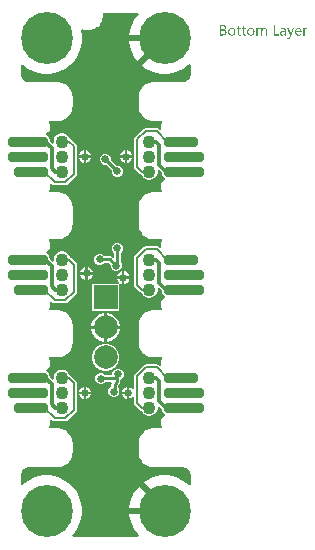
<source format=gbl>
G04*
G04 #@! TF.GenerationSoftware,Altium Limited,Altium Designer,22.4.2 (48)*
G04*
G04 Layer_Physical_Order=2*
G04 Layer_Color=16711680*
%FSAX45Y45*%
%MOMM*%
G71*
G04*
G04 #@! TF.SameCoordinates,69EBC29A-0566-45BE-847E-5E5AA8F2F2B9*
G04*
G04*
G04 #@! TF.FilePolarity,Positive*
G04*
G01*
G75*
%ADD13C,0.20000*%
%ADD17C,1.10000*%
%ADD22C,0.25000*%
%ADD23C,0.50000*%
%ADD24C,2.00000*%
%ADD25R,2.00000X2.00000*%
%ADD26C,4.40000*%
%ADD27C,0.65000*%
%ADD28C,0.60000*%
G04:AMPARAMS|DCode=29|XSize=0.9mm|YSize=3.4mm|CornerRadius=0.351mm|HoleSize=0mm|Usage=FLASHONLY|Rotation=270.000|XOffset=0mm|YOffset=0mm|HoleType=Round|Shape=RoundedRectangle|*
%AMROUNDEDRECTD29*
21,1,0.90000,2.69800,0,0,270.0*
21,1,0.19800,3.40000,0,0,270.0*
1,1,0.70200,-1.34900,-0.09900*
1,1,0.70200,-1.34900,0.09900*
1,1,0.70200,1.34900,0.09900*
1,1,0.70200,1.34900,-0.09900*
%
%ADD29ROUNDEDRECTD29*%
G04:AMPARAMS|DCode=30|XSize=0.9mm|YSize=2.9mm|CornerRadius=0.351mm|HoleSize=0mm|Usage=FLASHONLY|Rotation=270.000|XOffset=0mm|YOffset=0mm|HoleType=Round|Shape=RoundedRectangle|*
%AMROUNDEDRECTD30*
21,1,0.90000,2.19800,0,0,270.0*
21,1,0.19800,2.90000,0,0,270.0*
1,1,0.70200,-1.09900,-0.09900*
1,1,0.70200,-1.09900,0.09900*
1,1,0.70200,1.09900,0.09900*
1,1,0.70200,1.09900,-0.09900*
%
%ADD30ROUNDEDRECTD30*%
%ADD31C,0.30000*%
G36*
X000283416Y004207679D02*
X000271173Y004195437D01*
X000243417Y004157234D01*
X000221979Y004115160D01*
X000207387Y004070250D01*
X000200000Y004023610D01*
Y003976389D01*
X000207387Y003929750D01*
X000221979Y003884840D01*
X000243417Y003842766D01*
X000271173Y003804563D01*
X000304563Y003771173D01*
X000342766Y003743417D01*
X000384840Y003721979D01*
X000429750Y003707387D01*
X000476389Y003700000D01*
X000523611D01*
X000570250Y003707387D01*
X000615160Y003721979D01*
X000657234Y003743417D01*
X000695437Y003771173D01*
X000707679Y003783415D01*
X000719413Y003778555D01*
X000719413Y003698794D01*
X000719414Y003698786D01*
Y003693162D01*
X000716747Y003679753D01*
X000711514Y003667119D01*
X000703918Y003655751D01*
X000694250Y003646082D01*
X000682880Y003638485D01*
X000670248Y003633252D01*
X000656837Y003630585D01*
X000410000Y003630587D01*
X000409253Y003630438D01*
X000408498Y003630550D01*
X000398696Y003630068D01*
X000396497Y003629517D01*
X000394231D01*
X000375004Y003625692D01*
X000372221Y003624539D01*
X000369266Y003623952D01*
X000351155Y003616450D01*
X000348650Y003614776D01*
X000345867Y003613623D01*
X000329567Y003602732D01*
X000327437Y003600602D01*
X000324932Y003598928D01*
X000311071Y003585066D01*
X000309397Y003582561D01*
X000307267Y003580431D01*
X000296376Y003564131D01*
X000295223Y003561347D01*
X000293549Y003558843D01*
X000286047Y003540732D01*
X000285460Y003537776D01*
X000284307Y003534993D01*
X000280483Y003515767D01*
Y003513500D01*
X000279932Y003511300D01*
X000279451Y003501498D01*
X000279561Y003500755D01*
X000279414Y003500017D01*
X000279369Y003430017D01*
X000279464Y003429539D01*
X000279384Y003429058D01*
X000279685Y003419259D01*
X000280258Y003416778D01*
Y003414231D01*
X000284082Y003395004D01*
X000285235Y003392221D01*
X000285823Y003389266D01*
X000293325Y003371156D01*
X000294998Y003368651D01*
X000296151Y003365867D01*
X000307042Y003349568D01*
X000309172Y003347438D01*
X000310846Y003344933D01*
X000324708Y003331071D01*
X000327213Y003329397D01*
X000329343Y003327267D01*
X000345642Y003316376D01*
X000348426Y003315223D01*
X000350931Y003313550D01*
X000369041Y003306048D01*
X000371996Y003305460D01*
X000374779Y003304307D01*
X000394006Y003300483D01*
X000396274D01*
X000398473Y003299932D01*
X000408275Y003299451D01*
X000409028Y003299562D01*
X000409775Y003299414D01*
X000475100D01*
X000481889Y003286714D01*
X000473104Y003273567D01*
X000468417Y003250000D01*
X000472420Y003229875D01*
X000461192Y003223142D01*
X000450410Y003233924D01*
X000442141Y003239449D01*
X000432386Y003241390D01*
X000339520D01*
X000329765Y003239449D01*
X000321496Y003233924D01*
X000250376Y003162804D01*
X000244850Y003154535D01*
X000242910Y003144780D01*
X000242910Y002974600D01*
X000242910Y002914567D01*
X000244850Y002904813D01*
X000250376Y002896543D01*
X000291943Y002854976D01*
X000300212Y002849451D01*
X000304045Y002848688D01*
X000304771Y002845981D01*
X000313986Y002830019D01*
X000327019Y002816986D01*
X000342981Y002807771D01*
X000360785Y002803000D01*
X000379216D01*
X000397019Y002807771D01*
X000412981Y002816986D01*
X000426014Y002830019D01*
X000435230Y002845981D01*
X000440000Y002863784D01*
Y002882216D01*
X000439705Y002883317D01*
X000451092Y002889891D01*
X000474019Y002866964D01*
Y002863100D01*
X000477907Y002843552D01*
X000488980Y002826980D01*
X000502176Y002818163D01*
X000502363Y002817667D01*
X000502769Y002806133D01*
X000502176Y002804051D01*
X000486454Y002793546D01*
X000473104Y002773567D01*
X000468417Y002750000D01*
X000473104Y002726433D01*
X000481890Y002713285D01*
X000475101Y002700585D01*
X000410000Y002700585D01*
X000409258Y002700437D01*
X000408511Y002700548D01*
X000398664Y002700068D01*
X000396459Y002699517D01*
X000394186D01*
X000374959Y002695692D01*
X000372177Y002694539D01*
X000369222Y002693952D01*
X000351111Y002686450D01*
X000348606Y002684776D01*
X000345822Y002683623D01*
X000329523Y002672732D01*
X000327393Y002670602D01*
X000324888Y002668928D01*
X000311027Y002655066D01*
X000309353Y002652562D01*
X000307223Y002650431D01*
X000296332Y002634132D01*
X000295178Y002631348D01*
X000293505Y002628844D01*
X000286003Y002610732D01*
X000285415Y002607778D01*
X000284263Y002604995D01*
X000280438Y002585768D01*
Y002583501D01*
X000279887Y002581301D01*
X000279406Y002571499D01*
X000279519Y002570736D01*
X000279369Y002569979D01*
X000279458Y002429981D01*
X000279522Y002429662D01*
X000279465Y002429343D01*
X000279676Y002419540D01*
X000280257Y002416918D01*
Y002414231D01*
X000284081Y002395004D01*
X000285234Y002392221D01*
X000285822Y002389266D01*
X000293324Y002371156D01*
X000294997Y002368651D01*
X000296150Y002365867D01*
X000307041Y002349568D01*
X000309171Y002347438D01*
X000310845Y002344933D01*
X000324706Y002331071D01*
X000327212Y002329397D01*
X000329342Y002327267D01*
X000345641Y002316376D01*
X000348425Y002315223D01*
X000350929Y002313550D01*
X000369040Y002306048D01*
X000371994Y002305460D01*
X000374778Y002304307D01*
X000394005Y002300483D01*
X000396272D01*
X000398472Y002299932D01*
X000408274Y002299451D01*
X000409027Y002299562D01*
X000409774Y002299414D01*
X000475100D01*
X000481889Y002286714D01*
X000473104Y002273567D01*
X000468417Y002250000D01*
X000472420Y002229875D01*
X000461192Y002223142D01*
X000450410Y002233924D01*
X000442141Y002239449D01*
X000432386Y002241390D01*
X000339520Y002241389D01*
X000329765Y002239449D01*
X000321496Y002233924D01*
X000250376Y002162804D01*
X000244851Y002154535D01*
X000242910Y002144780D01*
X000242910Y001974601D01*
Y001914567D01*
X000244850Y001904812D01*
X000250376Y001896543D01*
X000291943Y001854976D01*
X000300212Y001849451D01*
X000304045Y001848688D01*
X000304771Y001845981D01*
X000313986Y001830019D01*
X000327019Y001816986D01*
X000342981Y001807771D01*
X000360784Y001803000D01*
X000379216D01*
X000397019Y001807771D01*
X000412981Y001816986D01*
X000426014Y001830019D01*
X000435230Y001845981D01*
X000440000Y001863784D01*
Y001882216D01*
X000439705Y001883317D01*
X000451091Y001889891D01*
X000474019Y001866964D01*
Y001863100D01*
X000477907Y001843552D01*
X000488980Y001826980D01*
X000502176Y001818163D01*
X000502363Y001817667D01*
X000502769Y001806133D01*
X000502176Y001804051D01*
X000486454Y001793546D01*
X000473104Y001773567D01*
X000468417Y001750000D01*
X000473104Y001726433D01*
X000481890Y001713285D01*
X000475101Y001700585D01*
X000409999Y001700585D01*
X000409257Y001700437D01*
X000408509Y001700548D01*
X000398663Y001700068D01*
X000396458Y001699517D01*
X000394185D01*
X000374958Y001695692D01*
X000372175Y001694539D01*
X000369221Y001693952D01*
X000351110Y001686450D01*
X000348604Y001684776D01*
X000345821Y001683623D01*
X000329522Y001672732D01*
X000327392Y001670602D01*
X000324886Y001668928D01*
X000311025Y001655066D01*
X000309352Y001652562D01*
X000307221Y001650431D01*
X000296330Y001634132D01*
X000295177Y001631348D01*
X000293504Y001628844D01*
X000286002Y001610732D01*
X000285414Y001607778D01*
X000284262Y001604995D01*
X000280437Y001585768D01*
Y001583501D01*
X000279886Y001581301D01*
X000279405Y001571499D01*
X000279518Y001570736D01*
X000279368Y001569979D01*
X000279457Y001429981D01*
X000279521Y001429661D01*
X000279464Y001429339D01*
X000279676Y001419537D01*
X000280257Y001416915D01*
Y001414231D01*
X000284081Y001395004D01*
X000285234Y001392221D01*
X000285822Y001389266D01*
X000293324Y001371155D01*
X000294997Y001368651D01*
X000296150Y001365867D01*
X000307041Y001349568D01*
X000309171Y001347438D01*
X000310845Y001344933D01*
X000324706Y001331071D01*
X000327212Y001329397D01*
X000329342Y001327267D01*
X000345641Y001316376D01*
X000348425Y001315223D01*
X000350929Y001313550D01*
X000369040Y001306048D01*
X000371994Y001305460D01*
X000374778Y001304307D01*
X000394005Y001300483D01*
X000396272D01*
X000398472Y001299932D01*
X000408274Y001299451D01*
X000409027Y001299562D01*
X000409774Y001299414D01*
X000475100D01*
X000481889Y001286714D01*
X000473104Y001273567D01*
X000468417Y001250000D01*
X000472420Y001229875D01*
X000461192Y001223142D01*
X000450410Y001233924D01*
X000442141Y001239449D01*
X000432386Y001241390D01*
X000339520D01*
X000329765Y001239449D01*
X000321496Y001233924D01*
X000250376Y001162804D01*
X000244850Y001154535D01*
X000242910Y001144780D01*
X000242910Y001037687D01*
X000230210Y001033031D01*
X000218734Y001044507D01*
X000199438Y001052500D01*
X000198995D01*
Y001000000D01*
Y000947500D01*
X000199438D01*
X000218734Y000955493D01*
X000230210Y000966969D01*
X000242910Y000962314D01*
X000242910Y000914567D01*
X000244850Y000904813D01*
X000250376Y000896543D01*
X000291943Y000854976D01*
X000300212Y000849451D01*
X000304045Y000848688D01*
X000304771Y000845981D01*
X000313986Y000830019D01*
X000327019Y000816986D01*
X000342981Y000807771D01*
X000360785Y000803000D01*
X000379216D01*
X000397019Y000807771D01*
X000412981Y000816986D01*
X000426014Y000830019D01*
X000435230Y000845981D01*
X000440000Y000863784D01*
Y000882216D01*
X000439705Y000883317D01*
X000451092Y000889891D01*
X000474019Y000866964D01*
Y000863100D01*
X000477907Y000843552D01*
X000488980Y000826980D01*
X000502176Y000818163D01*
X000502363Y000817667D01*
X000502769Y000806133D01*
X000502176Y000804051D01*
X000486454Y000793546D01*
X000473104Y000773567D01*
X000468417Y000750000D01*
X000473104Y000726433D01*
X000481890Y000713285D01*
X000475101Y000700585D01*
X000409999Y000700585D01*
X000409257Y000700437D01*
X000408509Y000700548D01*
X000398663Y000700068D01*
X000396458Y000699517D01*
X000394186D01*
X000374959Y000695693D01*
X000372177Y000694540D01*
X000369222Y000693952D01*
X000351111Y000686451D01*
X000348606Y000684777D01*
X000345822Y000683624D01*
X000329523Y000672733D01*
X000327393Y000670603D01*
X000324888Y000668930D01*
X000311027Y000655068D01*
X000309353Y000652564D01*
X000307223Y000650433D01*
X000296332Y000634134D01*
X000295179Y000631351D01*
X000293505Y000628845D01*
X000286003Y000610735D01*
X000285416Y000607780D01*
X000284263Y000604998D01*
X000280438Y000585771D01*
Y000583504D01*
X000279887Y000581304D01*
X000279406Y000571503D01*
X000279519Y000570740D01*
X000279369Y000569983D01*
X000279414Y000499980D01*
X000279561Y000499243D01*
X000279451Y000498499D01*
X000279932Y000488697D01*
X000280483Y000486498D01*
Y000484231D01*
X000284308Y000465004D01*
X000285460Y000462222D01*
X000286048Y000459266D01*
X000293550Y000441156D01*
X000295223Y000438651D01*
X000296377Y000435867D01*
X000307268Y000419568D01*
X000309398Y000417438D01*
X000311072Y000414933D01*
X000324933Y000401072D01*
X000327438Y000399398D01*
X000329568Y000397267D01*
X000345868Y000386377D01*
X000348651Y000385224D01*
X000351156Y000383550D01*
X000369267Y000376049D01*
X000372222Y000375461D01*
X000375005Y000374308D01*
X000394231Y000370484D01*
X000396499D01*
X000398698Y000369933D01*
X000408500Y000369452D01*
X000409253Y000369564D01*
X000410000Y000369415D01*
X000656838Y000369414D01*
X000670248Y000366746D01*
X000682881Y000361513D01*
X000694249Y000353917D01*
X000703919Y000344248D01*
X000711515Y000332879D01*
X000716747Y000320247D01*
X000719415Y000306837D01*
X000719414Y000301213D01*
X000719413Y000301204D01*
X000719413Y000221445D01*
X000707680Y000216584D01*
X000695437Y000228827D01*
X000657234Y000256583D01*
X000615160Y000278021D01*
X000570250Y000292613D01*
X000523611Y000300000D01*
X000476389D01*
X000429750Y000292613D01*
X000384840Y000278021D01*
X000342766Y000256583D01*
X000304563Y000228827D01*
X000271173Y000195437D01*
X000243417Y000157234D01*
X000221979Y000115160D01*
X000207387Y000070250D01*
X000200000Y000023611D01*
Y-000023611D01*
X000207387Y-000070250D01*
X000221979Y-000115160D01*
X000243417Y-000157234D01*
X000271173Y-000195437D01*
X000283417Y-000207681D01*
X000278557Y-000219414D01*
X-000278556Y-000219414D01*
X-000283417Y-000207680D01*
X-000271173Y-000195437D01*
X-000243417Y-000157234D01*
X-000221979Y-000115160D01*
X-000207387Y-000070250D01*
X-000200000Y-000023611D01*
Y000023611D01*
X-000207387Y000070250D01*
X-000221979Y000115160D01*
X-000243417Y000157234D01*
X-000271173Y000195437D01*
X-000304563Y000228827D01*
X-000342766Y000256583D01*
X-000384840Y000278021D01*
X-000429750Y000292613D01*
X-000476389Y000300000D01*
X-000523611D01*
X-000570250Y000292613D01*
X-000615160Y000278021D01*
X-000657234Y000256583D01*
X-000695437Y000228827D01*
X-000707679Y000216585D01*
X-000719413Y000221445D01*
X-000719413Y000301204D01*
X-000719414Y000301213D01*
X-000719415Y000306838D01*
X-000716748Y000320247D01*
X-000711515Y000332881D01*
X-000703919Y000344249D01*
X-000694251Y000353917D01*
X-000682881Y000361514D01*
X-000670249Y000366747D01*
X-000656838Y000369415D01*
X-000410000Y000369413D01*
X-000409253Y000369562D01*
X-000408499Y000369450D01*
X-000398698Y000369932D01*
X-000396499Y000370483D01*
X-000394231D01*
X-000375005Y000374307D01*
X-000372221Y000375460D01*
X-000369266Y000376048D01*
X-000351156Y000383550D01*
X-000348651Y000385224D01*
X-000345867Y000386376D01*
X-000329568Y000397268D01*
X-000327438Y000399398D01*
X-000324933Y000401072D01*
X-000311071Y000414933D01*
X-000309398Y000417438D01*
X-000307267Y000419568D01*
X-000296376Y000435868D01*
X-000295223Y000438652D01*
X-000293550Y000441157D01*
X-000286048Y000459268D01*
X-000285460Y000462223D01*
X-000284308Y000465006D01*
X-000280483Y000484233D01*
Y000486500D01*
X-000279932Y000488699D01*
X-000279451Y000498501D01*
X-000279561Y000499244D01*
X-000279414Y000499981D01*
X-000279368Y000569980D01*
X-000279518Y000570737D01*
X-000279405Y000571502D01*
X-000279887Y000581303D01*
X-000280438Y000583502D01*
Y000585769D01*
X-000284262Y000604995D01*
X-000285415Y000607778D01*
X-000286002Y000610733D01*
X-000293504Y000628844D01*
X-000295178Y000631348D01*
X-000296331Y000634132D01*
X-000307222Y000650432D01*
X-000309352Y000652562D01*
X-000311026Y000655067D01*
X-000324887Y000668929D01*
X-000327393Y000670602D01*
X-000329523Y000672732D01*
X-000345822Y000683623D01*
X-000348606Y000684777D01*
X-000351110Y000686450D01*
X-000369221Y000693952D01*
X-000372175Y000694539D01*
X-000374959Y000695692D01*
X-000394186Y000699517D01*
X-000396453D01*
X-000398652Y000700068D01*
X-000408453Y000700549D01*
X-000409207Y000700438D01*
X-000409954Y000700586D01*
X-000475100D01*
X-000481889Y000713286D01*
X-000473104Y000726433D01*
X-000468417Y000750000D01*
X-000472420Y000770125D01*
X-000461192Y000776858D01*
X-000450410Y000766076D01*
X-000442141Y000760550D01*
X-000432386Y000758610D01*
X-000339520D01*
X-000329765Y000760550D01*
X-000321496Y000766076D01*
X-000250376Y000837196D01*
X-000244850Y000845465D01*
X-000242910Y000855220D01*
Y001025400D01*
Y001085433D01*
X-000244850Y001095188D01*
X-000250376Y001103457D01*
X-000291943Y001145024D01*
X-000300212Y001150549D01*
X-000304045Y001151311D01*
X-000304771Y001154019D01*
X-000313986Y001169981D01*
X-000327019Y001183014D01*
X-000342981Y001192229D01*
X-000360784Y001197000D01*
X-000379216D01*
X-000397019Y001192229D01*
X-000412981Y001183014D01*
X-000426014Y001169981D01*
X-000435230Y001154019D01*
X-000440000Y001136215D01*
Y001117784D01*
X-000439705Y001116683D01*
X-000451091Y001110109D01*
X-000474019Y001133036D01*
Y001136899D01*
X-000477907Y001156448D01*
X-000488980Y001173019D01*
X-000502177Y001181837D01*
X-000502364Y001182333D01*
X-000502769Y001193866D01*
X-000502177Y001195949D01*
X-000486454Y001206454D01*
X-000473104Y001226433D01*
X-000468417Y001250000D01*
X-000473104Y001273567D01*
X-000481888Y001286712D01*
X-000475099Y001299412D01*
X-000409999D01*
X-000409266Y001299558D01*
X-000408527Y001299447D01*
X-000398500Y001299931D01*
X-000396287Y001300483D01*
X-000394005D01*
X-000374778Y001304307D01*
X-000371995Y001305460D01*
X-000369040Y001306048D01*
X-000350930Y001313550D01*
X-000348425Y001315223D01*
X-000345641Y001316376D01*
X-000329342Y001327267D01*
X-000327212Y001329397D01*
X-000324707Y001331071D01*
X-000310845Y001344933D01*
X-000309171Y001347438D01*
X-000307041Y001349568D01*
X-000296150Y001365867D01*
X-000294997Y001368651D01*
X-000293324Y001371155D01*
X-000285822Y001389266D01*
X-000285234Y001392220D01*
X-000284081Y001395004D01*
X-000280257Y001414231D01*
Y001416498D01*
X-000279706Y001418697D01*
X-000279224Y001428499D01*
X-000279339Y001429272D01*
X-000279188Y001430040D01*
X-000279368Y001570039D01*
X-000279514Y001570767D01*
X-000279405Y001571502D01*
X-000279887Y001581303D01*
X-000280438Y001583502D01*
Y001585769D01*
X-000284262Y001604996D01*
X-000285415Y001607778D01*
X-000286002Y001610733D01*
X-000293504Y001628844D01*
X-000295178Y001631349D01*
X-000296331Y001634132D01*
X-000307222Y001650432D01*
X-000309352Y001652562D01*
X-000311026Y001655067D01*
X-000324887Y001668929D01*
X-000327393Y001670602D01*
X-000329523Y001672732D01*
X-000345822Y001683624D01*
X-000348606Y001684777D01*
X-000351110Y001686450D01*
X-000369221Y001693952D01*
X-000372175Y001694539D01*
X-000374959Y001695692D01*
X-000394186Y001699517D01*
X-000396453D01*
X-000398652Y001700068D01*
X-000408453Y001700549D01*
X-000409207Y001700438D01*
X-000409954Y001700586D01*
X-000475100D01*
X-000481889Y001713286D01*
X-000473104Y001726433D01*
X-000468417Y001750000D01*
X-000472420Y001770125D01*
X-000461192Y001776858D01*
X-000450410Y001766076D01*
X-000442141Y001760550D01*
X-000432386Y001758610D01*
X-000339520D01*
X-000329765Y001760550D01*
X-000321496Y001766076D01*
X-000250376Y001837196D01*
X-000244850Y001845465D01*
X-000242910Y001855220D01*
Y002025400D01*
Y002085433D01*
X-000244850Y002095188D01*
X-000250376Y002103457D01*
X-000291943Y002145024D01*
X-000300212Y002150549D01*
X-000304045Y002151311D01*
X-000304771Y002154019D01*
X-000313986Y002169981D01*
X-000327019Y002183014D01*
X-000342981Y002192229D01*
X-000360784Y002197000D01*
X-000379216D01*
X-000397019Y002192229D01*
X-000412981Y002183014D01*
X-000426014Y002169981D01*
X-000435230Y002154019D01*
X-000440000Y002136215D01*
Y002117784D01*
X-000439705Y002116683D01*
X-000451091Y002110109D01*
X-000474019Y002133036D01*
Y002136899D01*
X-000477907Y002156448D01*
X-000488980Y002173020D01*
X-000502177Y002181837D01*
X-000502364Y002182333D01*
X-000502769Y002193866D01*
X-000502177Y002195949D01*
X-000486454Y002206454D01*
X-000473104Y002226433D01*
X-000468417Y002250000D01*
X-000473104Y002273567D01*
X-000481888Y002286712D01*
X-000475099Y002299412D01*
X-000409999D01*
X-000409266Y002299558D01*
X-000408527Y002299448D01*
X-000398500Y002299931D01*
X-000396287Y002300483D01*
X-000394005D01*
X-000374778Y002304307D01*
X-000371995Y002305460D01*
X-000369040Y002306048D01*
X-000350930Y002313550D01*
X-000348425Y002315223D01*
X-000345641Y002316376D01*
X-000329342Y002327267D01*
X-000327212Y002329397D01*
X-000324707Y002331071D01*
X-000310845Y002344933D01*
X-000309171Y002347438D01*
X-000307041Y002349568D01*
X-000296150Y002365867D01*
X-000294997Y002368651D01*
X-000293324Y002371156D01*
X-000285822Y002389266D01*
X-000285234Y002392221D01*
X-000284081Y002395004D01*
X-000280257Y002414231D01*
Y002416498D01*
X-000279706Y002418697D01*
X-000279224Y002428499D01*
X-000279339Y002429273D01*
X-000279188Y002430040D01*
X-000279369Y002570040D01*
X-000279515Y002570767D01*
X-000279406Y002571502D01*
X-000279888Y002581303D01*
X-000280439Y002583502D01*
Y002585769D01*
X-000284263Y002604996D01*
X-000285416Y002607778D01*
X-000286004Y002610733D01*
X-000293506Y002628844D01*
X-000295179Y002631349D01*
X-000296332Y002634132D01*
X-000307223Y002650432D01*
X-000309353Y002652562D01*
X-000311027Y002655067D01*
X-000324889Y002668929D01*
X-000327394Y002670602D01*
X-000329524Y002672733D01*
X-000345823Y002683624D01*
X-000348607Y002684777D01*
X-000351112Y002686450D01*
X-000369222Y002693952D01*
X-000372177Y002694539D01*
X-000374960Y002695692D01*
X-000394187Y002699517D01*
X-000396454D01*
X-000398653Y002700068D01*
X-000408455Y002700549D01*
X-000409208Y002700438D01*
X-000409956Y002700586D01*
X-000475100D01*
X-000481889Y002713286D01*
X-000473104Y002726433D01*
X-000468417Y002750000D01*
X-000472420Y002770125D01*
X-000461191Y002776857D01*
X-000450411Y002766076D01*
X-000442141Y002760550D01*
X-000432386Y002758610D01*
X-000339520Y002758610D01*
X-000329765Y002760551D01*
X-000321496Y002766076D01*
X-000250376Y002837196D01*
X-000244850Y002845465D01*
X-000242910Y002855220D01*
Y003025400D01*
X-000242910Y003085433D01*
X-000244850Y003095188D01*
X-000250375Y003103457D01*
X-000291943Y003145024D01*
X-000300212Y003150549D01*
X-000304045Y003151312D01*
X-000304771Y003154019D01*
X-000313986Y003169981D01*
X-000327019Y003183014D01*
X-000342981Y003192230D01*
X-000360784Y003197000D01*
X-000379216D01*
X-000397019Y003192230D01*
X-000412981Y003183014D01*
X-000426014Y003169981D01*
X-000435230Y003154019D01*
X-000440000Y003136216D01*
Y003117784D01*
X-000439705Y003116683D01*
X-000451091Y003110109D01*
X-000474019Y003133036D01*
Y003136900D01*
X-000477907Y003156448D01*
X-000488980Y003173020D01*
X-000502176Y003181837D01*
X-000502363Y003182333D01*
X-000502769Y003193867D01*
X-000502176Y003195949D01*
X-000486454Y003206454D01*
X-000473104Y003226433D01*
X-000468417Y003250000D01*
X-000473104Y003273567D01*
X-000481888Y003286712D01*
X-000475099Y003299412D01*
X-000410000D01*
X-000409267Y003299558D01*
X-000408528Y003299448D01*
X-000398502Y003299931D01*
X-000396288Y003300483D01*
X-000394006D01*
X-000374780Y003304307D01*
X-000371997Y003305460D01*
X-000369042Y003306048D01*
X-000350931Y003313550D01*
X-000348427Y003315223D01*
X-000345643Y003316376D01*
X-000329343Y003327267D01*
X-000327213Y003329397D01*
X-000324708Y003331071D01*
X-000310846Y003344933D01*
X-000309173Y003347438D01*
X-000307043Y003349568D01*
X-000296152Y003365867D01*
X-000294998Y003368651D01*
X-000293325Y003371156D01*
X-000285823Y003389266D01*
X-000285236Y003392221D01*
X-000284083Y003395004D01*
X-000280258Y003414231D01*
Y003416498D01*
X-000279707Y003418697D01*
X-000279226Y003428499D01*
X-000279345Y003429302D01*
X-000279189Y003430098D01*
X-000279414Y003500098D01*
X-000279555Y003500797D01*
X-000279451Y003501503D01*
X-000279933Y003511304D01*
X-000280484Y003513503D01*
Y003515769D01*
X-000284308Y003534995D01*
X-000285461Y003537778D01*
X-000286048Y003540733D01*
X-000293550Y003558844D01*
X-000295224Y003561348D01*
X-000296377Y003564133D01*
X-000307269Y003580432D01*
X-000309398Y003582562D01*
X-000311072Y003585066D01*
X-000324933Y003598928D01*
X-000327439Y003600602D01*
X-000329569Y003602732D01*
X-000345868Y003613622D01*
X-000348652Y003614775D01*
X-000351157Y003616449D01*
X-000369268Y003623951D01*
X-000372223Y003624538D01*
X-000375005Y003625691D01*
X-000394232Y003629515D01*
X-000396499D01*
X-000398699Y003630066D01*
X-000408500Y003630547D01*
X-000409253Y003630436D01*
X-000410000Y003630584D01*
X-000656839Y003630586D01*
X-000670248Y003633254D01*
X-000682881Y003638486D01*
X-000694249Y003646082D01*
X-000703919Y003655752D01*
X-000711515Y003667120D01*
X-000716748Y003679753D01*
X-000719415Y003693162D01*
X-000719414Y003698786D01*
X-000719413Y003698794D01*
X-000719413Y003778555D01*
X-000707680Y003783416D01*
X-000695437Y003771173D01*
X-000657234Y003743417D01*
X-000615160Y003721979D01*
X-000570250Y003707387D01*
X-000523611Y003700000D01*
X-000476389D01*
X-000429750Y003707387D01*
X-000384840Y003721979D01*
X-000342766Y003743417D01*
X-000304563Y003771173D01*
X-000271173Y003804563D01*
X-000243417Y003842766D01*
X-000221979Y003884840D01*
X-000207387Y003929750D01*
X-000200000Y003976389D01*
Y004023610D01*
X-000207180Y004068939D01*
X-000204253Y004073246D01*
X-000196648Y004078296D01*
X-000196185Y004078068D01*
X-000170969Y004071311D01*
X-000166977Y004071050D01*
X-000163053Y004070269D01*
X-000136948D01*
X-000133024Y004071050D01*
X-000129031Y004071311D01*
X-000103816Y004078068D01*
X-000100227Y004079837D01*
X-000096439Y004081123D01*
X-000073831Y004094175D01*
X-000070823Y004096814D01*
X-000067496Y004099037D01*
X-000049037Y004117496D01*
X-000046814Y004120823D01*
X-000044176Y004123831D01*
X-000031124Y004146438D01*
X-000029838Y004150227D01*
X-000028068Y004153815D01*
X-000021312Y004179031D01*
X-000021115Y004182037D01*
X-000020335Y004184946D01*
X-000019479Y004197999D01*
X-000019612Y004199005D01*
X-000019414Y004200000D01*
Y004219412D01*
X000278555Y004219413D01*
X000283416Y004207679D01*
D02*
G37*
G36*
X001347832Y004090125D02*
X001348303D01*
X001348852Y004090046D01*
X001350186Y004089811D01*
X001351756Y004089419D01*
X001353561Y004088869D01*
X001355445Y004088006D01*
X001357407Y004086985D01*
X001358427Y004086279D01*
X001359369Y004085573D01*
X001360311Y004084788D01*
X001361253Y004083846D01*
X001362195Y004082826D01*
X001363058Y004081727D01*
X001363843Y004080550D01*
X001364628Y004079215D01*
X001365334Y004077803D01*
X001365962Y004076233D01*
X001366511Y004074585D01*
X001367061Y004072780D01*
X001367375Y004070896D01*
X001367689Y004068777D01*
X001367846Y004066579D01*
X001367924Y004064225D01*
Y004024982D01*
X001357721D01*
Y004061556D01*
Y004061713D01*
Y004062027D01*
Y004062576D01*
X001357642Y004063283D01*
Y004064146D01*
X001357564Y004065166D01*
X001357485Y004066265D01*
X001357329Y004067442D01*
X001356936Y004069954D01*
X001356308Y004072466D01*
X001355994Y004073721D01*
X001355523Y004074820D01*
X001354974Y004075919D01*
X001354425Y004076861D01*
Y004076939D01*
X001354268Y004077096D01*
X001354111Y004077332D01*
X001353797Y004077567D01*
X001353483Y004077960D01*
X001353012Y004078352D01*
X001352462Y004078744D01*
X001351834Y004079215D01*
X001351128Y004079686D01*
X001350343Y004080079D01*
X001349401Y004080471D01*
X001348460Y004080864D01*
X001347361Y004081099D01*
X001346105Y004081334D01*
X001344849Y004081491D01*
X001343436Y004081570D01*
X001342809D01*
X001342338Y004081491D01*
X001341788Y004081413D01*
X001341160Y004081256D01*
X001339591Y004080864D01*
X001338727Y004080550D01*
X001337864Y004080079D01*
X001336922Y004079608D01*
X001336059Y004079058D01*
X001335117Y004078352D01*
X001334175Y004077567D01*
X001333233Y004076625D01*
X001332370Y004075605D01*
X001332291Y004075527D01*
X001332213Y004075370D01*
X001331978Y004074977D01*
X001331664Y004074585D01*
X001331350Y004073957D01*
X001330957Y004073250D01*
X001330486Y004072466D01*
X001330094Y004071602D01*
X001329701Y004070582D01*
X001329231Y004069483D01*
X001328838Y004068306D01*
X001328524Y004067050D01*
X001328210Y004065716D01*
X001328053Y004064303D01*
X001327896Y004062890D01*
X001327818Y004061321D01*
Y004024982D01*
X001317615D01*
Y004062812D01*
Y004062890D01*
Y004063047D01*
Y004063283D01*
Y004063597D01*
X001317536Y004064068D01*
Y004064538D01*
X001317379Y004065716D01*
X001317144Y004067129D01*
X001316830Y004068777D01*
X001316437Y004070425D01*
X001315809Y004072230D01*
X001315025Y004073957D01*
X001314083Y004075605D01*
X001312905Y004077253D01*
X001311493Y004078666D01*
X001309844Y004079843D01*
X001308903Y004080314D01*
X001307882Y004080785D01*
X001306784Y004081099D01*
X001305685Y004081334D01*
X001304429Y004081491D01*
X001303095Y004081570D01*
X001302467D01*
X001301996Y004081491D01*
X001301368Y004081413D01*
X001300740Y004081256D01*
X001299170Y004080864D01*
X001298307Y004080550D01*
X001297444Y004080157D01*
X001296502Y004079765D01*
X001295560Y004079215D01*
X001294618Y004078509D01*
X001293676Y004077803D01*
X001292813Y004076939D01*
X001291950Y004075919D01*
X001291871Y004075840D01*
X001291793Y004075683D01*
X001291557Y004075370D01*
X001291243Y004074899D01*
X001290929Y004074349D01*
X001290615Y004073721D01*
X001290223Y004072936D01*
X001289831Y004071995D01*
X001289360Y004070974D01*
X001288967Y004069876D01*
X001288653Y004068698D01*
X001288339Y004067442D01*
X001288025Y004066030D01*
X001287790Y004064538D01*
X001287711Y004062969D01*
X001287633Y004061321D01*
Y004024982D01*
X001277430D01*
Y004088712D01*
X001287633D01*
Y004078587D01*
X001287868D01*
X001287947Y004078744D01*
X001288182Y004079058D01*
X001288575Y004079686D01*
X001289124Y004080393D01*
X001289831Y004081256D01*
X001290694Y004082276D01*
X001291714Y004083297D01*
X001292891Y004084395D01*
X001294226Y004085494D01*
X001295717Y004086515D01*
X001297365Y004087535D01*
X001299092Y004088398D01*
X001301054Y004089105D01*
X001303173Y004089732D01*
X001305371Y004090046D01*
X001307725Y004090203D01*
X001308353D01*
X001308824Y004090125D01*
X001309374D01*
X001310080Y004090046D01*
X001310786Y004089889D01*
X001311571Y004089732D01*
X001313376Y004089340D01*
X001315260Y004088634D01*
X001317144Y004087770D01*
X001318086Y004087142D01*
X001319027Y004086515D01*
X001319106Y004086436D01*
X001319263Y004086358D01*
X001319498Y004086122D01*
X001319812Y004085887D01*
X001320676Y004085023D01*
X001321696Y004084003D01*
X001322795Y004082590D01*
X001323893Y004080942D01*
X001324914Y004079058D01*
X001325699Y004076939D01*
X001325777Y004077096D01*
X001326013Y004077489D01*
X001326484Y004078195D01*
X001327033Y004078980D01*
X001327818Y004080000D01*
X001328681Y004081178D01*
X001329780Y004082355D01*
X001331036Y004083611D01*
X001332448Y004084788D01*
X001334018Y004086044D01*
X001335745Y004087142D01*
X001337629Y004088163D01*
X001339748Y004088948D01*
X001341945Y004089654D01*
X001344378Y004090046D01*
X001346890Y004090203D01*
X001347439D01*
X001347832Y004090125D01*
D02*
G37*
G36*
X001703844Y004089732D02*
X001704708D01*
X001705649Y004089576D01*
X001706670Y004089419D01*
X001707690Y004089262D01*
X001708553Y004088948D01*
Y004078352D01*
X001708396Y004078431D01*
X001708082Y004078666D01*
X001707455Y004078980D01*
X001706591Y004079372D01*
X001705414Y004079765D01*
X001704158Y004080079D01*
X001702588Y004080314D01*
X001700783Y004080393D01*
X001700155D01*
X001699684Y004080314D01*
X001699135Y004080236D01*
X001698507Y004080079D01*
X001697016Y004079608D01*
X001696153Y004079294D01*
X001695289Y004078901D01*
X001694347Y004078352D01*
X001693406Y004077803D01*
X001692542Y004077096D01*
X001691600Y004076233D01*
X001690737Y004075291D01*
X001689874Y004074192D01*
X001689795Y004074114D01*
X001689717Y004073878D01*
X001689481Y004073564D01*
X001689167Y004073093D01*
X001688853Y004072466D01*
X001688461Y004071681D01*
X001688069Y004070817D01*
X001687676Y004069797D01*
X001687284Y004068698D01*
X001686891Y004067442D01*
X001686499Y004066030D01*
X001686185Y004064538D01*
X001685871Y004062890D01*
X001685635Y004061164D01*
X001685557Y004059358D01*
X001685478Y004057396D01*
Y004024982D01*
X001675275D01*
Y004088712D01*
X001685478D01*
Y004075527D01*
X001685714D01*
Y004075605D01*
X001685792Y004075840D01*
X001685949Y004076154D01*
X001686106Y004076625D01*
X001686342Y004077175D01*
X001686656Y004077881D01*
X001687362Y004079372D01*
X001688304Y004081099D01*
X001689481Y004082826D01*
X001690816Y004084474D01*
X001692385Y004086044D01*
X001692464Y004086122D01*
X001692621Y004086201D01*
X001692856Y004086358D01*
X001693170Y004086672D01*
X001693563Y004086907D01*
X001694112Y004087221D01*
X001695289Y004087927D01*
X001696780Y004088634D01*
X001698507Y004089262D01*
X001700391Y004089654D01*
X001701411Y004089732D01*
X001702431Y004089811D01*
X001703059D01*
X001703844Y004089732D01*
D02*
G37*
G36*
X001568377Y004014778D02*
Y004014700D01*
X001568299Y004014543D01*
X001568142Y004014307D01*
X001567985Y004013915D01*
X001567828Y004013444D01*
X001567592Y004012973D01*
X001566965Y004011717D01*
X001566101Y004010226D01*
X001565159Y004008499D01*
X001563982Y004006773D01*
X001562648Y004004889D01*
X001561157Y004003084D01*
X001559508Y004001279D01*
X001557703Y003999552D01*
X001555741Y003998061D01*
X001553622Y003996805D01*
X001552523Y003996334D01*
X001551346Y003995863D01*
X001550169Y003995471D01*
X001548913Y003995235D01*
X001547657Y003995078D01*
X001546323Y003995000D01*
X001545695D01*
X001544910Y003995078D01*
X001543968D01*
X001542948Y003995235D01*
X001541849Y003995392D01*
X001540672Y003995549D01*
X001539651Y003995863D01*
Y004004968D01*
X001539808Y004004889D01*
X001540201Y004004811D01*
X001540829Y004004654D01*
X001541614Y004004418D01*
X001542555Y004004183D01*
X001543576Y004004026D01*
X001544675Y004003947D01*
X001545695Y004003869D01*
X001546009D01*
X001546401Y004003947D01*
X001546951Y004004026D01*
X001547579Y004004183D01*
X001548363Y004004340D01*
X001549148Y004004654D01*
X001550090Y004005046D01*
X001550953Y004005517D01*
X001551974Y004006145D01*
X001552916Y004006851D01*
X001553857Y004007715D01*
X001554799Y004008813D01*
X001555741Y004009991D01*
X001556526Y004011403D01*
X001557311Y004013052D01*
X001562412Y004025060D01*
X001537532Y004088712D01*
X001548834D01*
X001566101Y004039658D01*
Y004039580D01*
X001566180Y004039423D01*
X001566258Y004039188D01*
X001566415Y004038717D01*
X001566572Y004038089D01*
X001566729Y004037225D01*
X001567043Y004036127D01*
X001567357Y004034792D01*
X001567749D01*
Y004034871D01*
X001567828Y004035106D01*
X001567906Y004035420D01*
X001568063Y004035970D01*
X001568220Y004036597D01*
X001568377Y004037382D01*
X001568691Y004038403D01*
X001569005Y004039501D01*
X001587136Y004088712D01*
X001597653D01*
X001568377Y004014778D01*
D02*
G37*
G36*
X001506216Y004090125D02*
X001506766D01*
X001507315Y004090046D01*
X001508022Y004089968D01*
X001508806Y004089811D01*
X001510455Y004089497D01*
X001512417Y004088948D01*
X001514379Y004088241D01*
X001516498Y004087221D01*
X001518617Y004085965D01*
X001519638Y004085259D01*
X001520658Y004084395D01*
X001521600Y004083454D01*
X001522542Y004082512D01*
X001523405Y004081413D01*
X001524190Y004080157D01*
X001524975Y004078901D01*
X001525681Y004077489D01*
X001526230Y004075919D01*
X001526780Y004074271D01*
X001527172Y004072544D01*
X001527486Y004070582D01*
X001527643Y004068620D01*
X001527722Y004066422D01*
Y004024982D01*
X001517518D01*
Y004034871D01*
X001517283D01*
X001517204Y004034714D01*
X001516969Y004034400D01*
X001516577Y004033850D01*
X001516027Y004033066D01*
X001515321Y004032202D01*
X001514457Y004031260D01*
X001513516Y004030240D01*
X001512338Y004029220D01*
X001511004Y004028121D01*
X001509591Y004027101D01*
X001507943Y004026159D01*
X001506216Y004025295D01*
X001504254Y004024511D01*
X001502214Y004023961D01*
X001500016Y004023647D01*
X001497661Y004023490D01*
X001496720D01*
X001496092Y004023569D01*
X001495307Y004023647D01*
X001494365Y004023726D01*
X001493345Y004023883D01*
X001492246Y004024118D01*
X001489813Y004024746D01*
X001488636Y004025139D01*
X001487380Y004025609D01*
X001486124Y004026159D01*
X001484947Y004026865D01*
X001483848Y004027650D01*
X001482749Y004028513D01*
X001482671Y004028592D01*
X001482514Y004028749D01*
X001482278Y004029063D01*
X001481886Y004029455D01*
X001481493Y004029926D01*
X001481101Y004030554D01*
X001480552Y004031260D01*
X001480081Y004032045D01*
X001479610Y004032987D01*
X001479139Y004034007D01*
X001478668Y004035106D01*
X001478275Y004036284D01*
X001477883Y004037539D01*
X001477648Y004038874D01*
X001477491Y004040365D01*
X001477412Y004041856D01*
Y004041935D01*
Y004042091D01*
Y004042327D01*
X001477491Y004042641D01*
Y004043033D01*
X001477569Y004043504D01*
X001477726Y004044682D01*
X001478040Y004046094D01*
X001478511Y004047664D01*
X001479139Y004049391D01*
X001480081Y004051196D01*
X001481179Y004053001D01*
X001482514Y004054806D01*
X001483377Y004055670D01*
X001484240Y004056533D01*
X001485261Y004057396D01*
X001486281Y004058181D01*
X001487458Y004058966D01*
X001488714Y004059672D01*
X001490048Y004060300D01*
X001491540Y004060928D01*
X001493109Y004061478D01*
X001494757Y004061948D01*
X001496563Y004062341D01*
X001498446Y004062655D01*
X001517518Y004065323D01*
Y004065402D01*
Y004065480D01*
Y004065716D01*
Y004066030D01*
X001517440Y004066815D01*
X001517283Y004067835D01*
X001517126Y004069091D01*
X001516812Y004070503D01*
X001516420Y004071916D01*
X001515870Y004073486D01*
X001515164Y004074977D01*
X001514301Y004076468D01*
X001513280Y004077803D01*
X001512024Y004079058D01*
X001510455Y004080079D01*
X001508728Y004080864D01*
X001507786Y004081178D01*
X001506687Y004081413D01*
X001505589Y004081491D01*
X001504411Y004081570D01*
X001503862D01*
X001503312Y004081491D01*
X001502449Y004081413D01*
X001501429Y004081334D01*
X001500252Y004081178D01*
X001498917Y004080942D01*
X001497504Y004080628D01*
X001495935Y004080157D01*
X001494287Y004079686D01*
X001492560Y004079058D01*
X001490755Y004078274D01*
X001488950Y004077332D01*
X001487144Y004076311D01*
X001485339Y004075134D01*
X001483612Y004073721D01*
Y004084160D01*
X001483691Y004084238D01*
X001484005Y004084395D01*
X001484554Y004084709D01*
X001485261Y004085102D01*
X001486203Y004085573D01*
X001487223Y004086044D01*
X001488479Y004086593D01*
X001489891Y004087221D01*
X001491383Y004087770D01*
X001493031Y004088320D01*
X001494836Y004088791D01*
X001496720Y004089262D01*
X001498760Y004089654D01*
X001500801Y004089968D01*
X001502999Y004090125D01*
X001505275Y004090203D01*
X001505824D01*
X001506216Y004090125D01*
D02*
G37*
G36*
X001434009Y004034400D02*
X001469877D01*
Y004024982D01*
X001423571D01*
Y004114220D01*
X001434009D01*
Y004034400D01*
D02*
G37*
G36*
X000997313Y004114142D02*
X000998255Y004114063D01*
X000999354Y004113906D01*
X001000610Y004113749D01*
X001002022Y004113514D01*
X001003435Y004113200D01*
X001004926Y004112807D01*
X001006496Y004112336D01*
X001007987Y004111787D01*
X001009557Y004111159D01*
X001010970Y004110374D01*
X001012383Y004109511D01*
X001013717Y004108491D01*
X001013795Y004108412D01*
X001014031Y004108255D01*
X001014345Y004107941D01*
X001014737Y004107470D01*
X001015287Y004106921D01*
X001015836Y004106215D01*
X001016464Y004105430D01*
X001017092Y004104566D01*
X001017720Y004103546D01*
X001018347Y004102447D01*
X001018897Y004101191D01*
X001019446Y004099936D01*
X001019839Y004098523D01*
X001020153Y004097032D01*
X001020388Y004095462D01*
X001020467Y004093814D01*
Y004093735D01*
Y004093500D01*
Y004093107D01*
X001020388Y004092558D01*
X001020310Y004091852D01*
X001020231Y004091145D01*
X001020153Y004090282D01*
X001019996Y004089340D01*
X001019446Y004087221D01*
X001018740Y004085023D01*
X001018269Y004083846D01*
X001017720Y004082747D01*
X001017092Y004081648D01*
X001016385Y004080550D01*
X001016307Y004080471D01*
X001016228Y004080314D01*
X001015993Y004080000D01*
X001015600Y004079608D01*
X001015208Y004079215D01*
X001014737Y004078666D01*
X001014109Y004078117D01*
X001013481Y004077489D01*
X001012696Y004076861D01*
X001011833Y004076154D01*
X001010891Y004075527D01*
X001009871Y004074820D01*
X001008772Y004074192D01*
X001007673Y004073643D01*
X001005083Y004072623D01*
Y004072387D01*
X001005162D01*
X001005476Y004072309D01*
X001005947Y004072230D01*
X001006575Y004072152D01*
X001007359Y004071995D01*
X001008223Y004071759D01*
X001009243Y004071445D01*
X001010263Y004071131D01*
X001012540Y004070268D01*
X001013795Y004069719D01*
X001014973Y004069012D01*
X001016150Y004068306D01*
X001017327Y004067521D01*
X001018504Y004066579D01*
X001019525Y004065559D01*
X001019603Y004065480D01*
X001019760Y004065323D01*
X001019996Y004065009D01*
X001020388Y004064538D01*
X001020781Y004063911D01*
X001021251Y004063283D01*
X001021722Y004062419D01*
X001022272Y004061556D01*
X001022743Y004060536D01*
X001023214Y004059358D01*
X001023685Y004058181D01*
X001024077Y004056847D01*
X001024469Y004055356D01*
X001024705Y004053864D01*
X001024862Y004052295D01*
X001024940Y004050568D01*
Y004050411D01*
Y004050097D01*
X001024862Y004049469D01*
X001024783Y004048684D01*
X001024705Y004047664D01*
X001024469Y004046565D01*
X001024234Y004045309D01*
X001023920Y004043975D01*
X001023449Y004042484D01*
X001022900Y004040993D01*
X001022272Y004039501D01*
X001021487Y004037932D01*
X001020545Y004036362D01*
X001019446Y004034871D01*
X001018190Y004033458D01*
X001016699Y004032045D01*
X001016621Y004031967D01*
X001016307Y004031731D01*
X001015836Y004031417D01*
X001015208Y004030946D01*
X001014423Y004030397D01*
X001013403Y004029848D01*
X001012304Y004029141D01*
X001011048Y004028513D01*
X001009557Y004027886D01*
X001007987Y004027258D01*
X001006339Y004026630D01*
X001004455Y004026080D01*
X001002493Y004025609D01*
X001000453Y004025295D01*
X000998255Y004025060D01*
X000995979Y004024982D01*
X000970000D01*
Y004114220D01*
X000996450D01*
X000997313Y004114142D01*
D02*
G37*
G36*
X001173043Y004088712D02*
X001189133D01*
Y004079922D01*
X001173043D01*
Y004044054D01*
Y004043975D01*
Y004043740D01*
Y004043426D01*
Y004043033D01*
X001173122Y004042484D01*
X001173200Y004041856D01*
X001173357Y004040522D01*
X001173593Y004038952D01*
X001173985Y004037461D01*
X001174535Y004036048D01*
X001174849Y004035420D01*
X001175241Y004034871D01*
X001175319Y004034792D01*
X001175633Y004034478D01*
X001176183Y004034007D01*
X001176968Y004033537D01*
X001177988Y004032987D01*
X001179244Y004032595D01*
X001180735Y004032281D01*
X001182462Y004032124D01*
X001183090D01*
X001183796Y004032202D01*
X001184738Y004032359D01*
X001185758Y004032673D01*
X001186935Y004032987D01*
X001188034Y004033537D01*
X001189133Y004034243D01*
Y004025531D01*
X001189055D01*
X001188976Y004025452D01*
X001188741Y004025374D01*
X001188505Y004025217D01*
X001187642Y004024903D01*
X001186621Y004024589D01*
X001185209Y004024275D01*
X001183560Y004023961D01*
X001181677Y004023726D01*
X001179558Y004023647D01*
X001178851D01*
X001177988Y004023804D01*
X001176968Y004023961D01*
X001175712Y004024197D01*
X001174299Y004024668D01*
X001172729Y004025217D01*
X001171238Y004026002D01*
X001169668Y004026944D01*
X001168099Y004028199D01*
X001166686Y004029691D01*
X001166058Y004030554D01*
X001165430Y004031496D01*
X001164881Y004032516D01*
X001164410Y004033615D01*
X001163939Y004034792D01*
X001163547Y004036127D01*
X001163233Y004037461D01*
X001162997Y004038952D01*
X001162919Y004040522D01*
X001162840Y004042248D01*
Y004079922D01*
X001151931D01*
Y004088712D01*
X001162840D01*
Y004104252D01*
X001173043Y004107549D01*
Y004088712D01*
D02*
G37*
G36*
X001129876D02*
X001145966D01*
Y004079922D01*
X001129876D01*
Y004044054D01*
Y004043975D01*
Y004043740D01*
Y004043426D01*
Y004043033D01*
X001129955Y004042484D01*
X001130033Y004041856D01*
X001130190Y004040522D01*
X001130425Y004038952D01*
X001130818Y004037461D01*
X001131367Y004036048D01*
X001131681Y004035420D01*
X001132074Y004034871D01*
X001132152Y004034792D01*
X001132466Y004034478D01*
X001133016Y004034007D01*
X001133800Y004033537D01*
X001134821Y004032987D01*
X001136076Y004032595D01*
X001137568Y004032281D01*
X001139294Y004032124D01*
X001139922D01*
X001140629Y004032202D01*
X001141570Y004032359D01*
X001142591Y004032673D01*
X001143768Y004032987D01*
X001144867Y004033537D01*
X001145966Y004034243D01*
Y004025531D01*
X001145887D01*
X001145809Y004025452D01*
X001145573Y004025374D01*
X001145338Y004025217D01*
X001144474Y004024903D01*
X001143454Y004024589D01*
X001142041Y004024275D01*
X001140393Y004023961D01*
X001138510Y004023726D01*
X001136390Y004023647D01*
X001135684D01*
X001134821Y004023804D01*
X001133800Y004023961D01*
X001132545Y004024197D01*
X001131132Y004024668D01*
X001129562Y004025217D01*
X001128071Y004026002D01*
X001126501Y004026944D01*
X001124931Y004028199D01*
X001123519Y004029691D01*
X001122891Y004030554D01*
X001122263Y004031496D01*
X001121714Y004032516D01*
X001121243Y004033615D01*
X001120772Y004034792D01*
X001120379Y004036127D01*
X001120065Y004037461D01*
X001119830Y004038952D01*
X001119751Y004040522D01*
X001119673Y004042248D01*
Y004079922D01*
X001108763D01*
Y004088712D01*
X001119673D01*
Y004104252D01*
X001129876Y004107549D01*
Y004088712D01*
D02*
G37*
G36*
X001634855Y004090125D02*
X001635718Y004090046D01*
X001636817Y004089968D01*
X001637994Y004089811D01*
X001639329Y004089497D01*
X001640741Y004089183D01*
X001642311Y004088791D01*
X001643881Y004088241D01*
X001645451Y004087535D01*
X001647099Y004086750D01*
X001648669Y004085808D01*
X001650160Y004084709D01*
X001651651Y004083454D01*
X001652985Y004082041D01*
X001653064Y004081962D01*
X001653299Y004081648D01*
X001653613Y004081178D01*
X001654084Y004080550D01*
X001654555Y004079765D01*
X001655183Y004078744D01*
X001655811Y004077567D01*
X001656439Y004076233D01*
X001657067Y004074663D01*
X001657694Y004073015D01*
X001658322Y004071131D01*
X001658793Y004069169D01*
X001659264Y004066972D01*
X001659578Y004064695D01*
X001659814Y004062184D01*
X001659892Y004059594D01*
Y004054257D01*
X001614841D01*
Y004054100D01*
Y004053786D01*
X001614920Y004053236D01*
X001614998Y004052530D01*
X001615077Y004051588D01*
X001615233Y004050568D01*
X001615390Y004049469D01*
X001615704Y004048213D01*
X001616411Y004045545D01*
X001616882Y004044211D01*
X001617431Y004042798D01*
X001618059Y004041464D01*
X001618765Y004040129D01*
X001619629Y004038952D01*
X001620571Y004037775D01*
X001620649Y004037696D01*
X001620806Y004037539D01*
X001621120Y004037225D01*
X001621591Y004036911D01*
X001622140Y004036440D01*
X001622847Y004035970D01*
X001623632Y004035420D01*
X001624495Y004034949D01*
X001625515Y004034400D01*
X001626692Y004033850D01*
X001627870Y004033380D01*
X001629282Y004032909D01*
X001630695Y004032595D01*
X001632265Y004032281D01*
X001633913Y004032124D01*
X001635640Y004032045D01*
X001636111D01*
X001636660Y004032124D01*
X001637445D01*
X001638387Y004032281D01*
X001639486Y004032438D01*
X001640741Y004032673D01*
X001642154Y004032909D01*
X001643645Y004033301D01*
X001645215Y004033772D01*
X001646863Y004034321D01*
X001648512Y004035028D01*
X001650238Y004035813D01*
X001651965Y004036754D01*
X001653692Y004037853D01*
X001655418Y004039109D01*
Y004029534D01*
X001655340Y004029455D01*
X001655026Y004029298D01*
X001654555Y004028984D01*
X001653927Y004028592D01*
X001653064Y004028121D01*
X001652043Y004027650D01*
X001650866Y004027101D01*
X001649532Y004026551D01*
X001647962Y004025923D01*
X001646314Y004025374D01*
X001644509Y004024903D01*
X001642547Y004024432D01*
X001640428Y004024040D01*
X001638151Y004023726D01*
X001635718Y004023569D01*
X001633207Y004023490D01*
X001632579D01*
X001631951Y004023569D01*
X001631009Y004023647D01*
X001629832Y004023726D01*
X001628498Y004023961D01*
X001627085Y004024197D01*
X001625515Y004024589D01*
X001623867Y004025060D01*
X001622140Y004025609D01*
X001620335Y004026316D01*
X001618608Y004027101D01*
X001616803Y004028121D01*
X001615155Y004029298D01*
X001613507Y004030633D01*
X001612016Y004032124D01*
X001611937Y004032202D01*
X001611702Y004032516D01*
X001611309Y004033066D01*
X001610838Y004033772D01*
X001610210Y004034635D01*
X001609583Y004035734D01*
X001608876Y004036990D01*
X001608170Y004038481D01*
X001607463Y004040051D01*
X001606757Y004041935D01*
X001606129Y004043897D01*
X001605501Y004046094D01*
X001605030Y004048449D01*
X001604638Y004050960D01*
X001604402Y004053707D01*
X001604324Y004056533D01*
Y004056611D01*
Y004056690D01*
Y004056925D01*
Y004057161D01*
X001604402Y004057946D01*
X001604481Y004059044D01*
X001604559Y004060300D01*
X001604795Y004061713D01*
X001605030Y004063361D01*
X001605344Y004065166D01*
X001605815Y004067050D01*
X001606365Y004069012D01*
X001607071Y004071053D01*
X001607856Y004073093D01*
X001608798Y004075056D01*
X001609975Y004077096D01*
X001611231Y004078980D01*
X001612722Y004080785D01*
X001612800Y004080864D01*
X001613114Y004081178D01*
X001613585Y004081648D01*
X001614213Y004082276D01*
X001615077Y004082983D01*
X001616097Y004083768D01*
X001617196Y004084631D01*
X001618530Y004085494D01*
X001619943Y004086358D01*
X001621591Y004087221D01*
X001623318Y004088006D01*
X001625123Y004088712D01*
X001627085Y004089340D01*
X001629204Y004089811D01*
X001631402Y004090125D01*
X001633678Y004090203D01*
X001634227D01*
X001634855Y004090125D01*
D02*
G37*
G36*
X001232222D02*
X001233242Y004090046D01*
X001234419Y004089968D01*
X001235832Y004089732D01*
X001237323Y004089497D01*
X001238972Y004089105D01*
X001240777Y004088634D01*
X001242582Y004088084D01*
X001244387Y004087378D01*
X001246271Y004086515D01*
X001248076Y004085494D01*
X001249881Y004084317D01*
X001251529Y004082983D01*
X001253099Y004081413D01*
X001253178Y004081334D01*
X001253413Y004081021D01*
X001253805Y004080471D01*
X001254355Y004079765D01*
X001254983Y004078901D01*
X001255611Y004077803D01*
X001256396Y004076547D01*
X001257102Y004075056D01*
X001257887Y004073407D01*
X001258593Y004071602D01*
X001259221Y004069640D01*
X001259849Y004067442D01*
X001260398Y004065088D01*
X001260791Y004062576D01*
X001261026Y004059908D01*
X001261105Y004057082D01*
Y004057004D01*
Y004056925D01*
Y004056690D01*
Y004056376D01*
X001261026Y004055591D01*
X001260948Y004054571D01*
X001260869Y004053236D01*
X001260634Y004051745D01*
X001260398Y004050097D01*
X001260006Y004048292D01*
X001259535Y004046408D01*
X001258986Y004044368D01*
X001258279Y004042327D01*
X001257494Y004040286D01*
X001256474Y004038246D01*
X001255297Y004036284D01*
X001253962Y004034400D01*
X001252471Y004032595D01*
X001252393Y004032516D01*
X001252079Y004032202D01*
X001251608Y004031731D01*
X001250901Y004031182D01*
X001250038Y004030476D01*
X001249018Y004029691D01*
X001247762Y004028906D01*
X001246349Y004028042D01*
X001244780Y004027179D01*
X001243053Y004026394D01*
X001241169Y004025609D01*
X001239129Y004024903D01*
X001236852Y004024354D01*
X001234498Y004023883D01*
X001232065Y004023569D01*
X001229396Y004023490D01*
X001228768D01*
X001228062Y004023569D01*
X001227042Y004023647D01*
X001225864Y004023726D01*
X001224452Y004023961D01*
X001222960Y004024197D01*
X001221312Y004024589D01*
X001219507Y004025060D01*
X001217702Y004025688D01*
X001215818Y004026394D01*
X001213935Y004027258D01*
X001212051Y004028278D01*
X001210167Y004029455D01*
X001208441Y004030790D01*
X001206792Y004032359D01*
X001206714Y004032438D01*
X001206400Y004032752D01*
X001206007Y004033301D01*
X001205458Y004034007D01*
X001204830Y004034871D01*
X001204124Y004035970D01*
X001203417Y004037225D01*
X001202633Y004038717D01*
X001201848Y004040286D01*
X001201063Y004042091D01*
X001200357Y004044054D01*
X001199729Y004046173D01*
X001199179Y004048370D01*
X001198787Y004050803D01*
X001198473Y004053393D01*
X001198394Y004056062D01*
Y004056140D01*
Y004056219D01*
Y004056454D01*
Y004056768D01*
X001198473Y004057632D01*
X001198551Y004058731D01*
X001198630Y004060065D01*
X001198865Y004061634D01*
X001199101Y004063361D01*
X001199493Y004065245D01*
X001199964Y004067207D01*
X001200513Y004069248D01*
X001201220Y004071367D01*
X001202083Y004073486D01*
X001203104Y004075527D01*
X001204202Y004077489D01*
X001205537Y004079372D01*
X001207106Y004081178D01*
X001207185Y004081256D01*
X001207499Y004081570D01*
X001208048Y004082041D01*
X001208755Y004082590D01*
X001209618Y004083297D01*
X001210717Y004084003D01*
X001211972Y004084866D01*
X001213385Y004085730D01*
X001214955Y004086515D01*
X001216760Y004087378D01*
X001218722Y004088084D01*
X001220841Y004088791D01*
X001223117Y004089340D01*
X001225551Y004089811D01*
X001228141Y004090125D01*
X001230888Y004090203D01*
X001231515D01*
X001232222Y004090125D01*
D02*
G37*
G36*
X001071169D02*
X001072189Y004090046D01*
X001073366Y004089968D01*
X001074779Y004089732D01*
X001076270Y004089497D01*
X001077918Y004089105D01*
X001079724Y004088634D01*
X001081529Y004088084D01*
X001083334Y004087378D01*
X001085218Y004086515D01*
X001087023Y004085494D01*
X001088828Y004084317D01*
X001090476Y004082983D01*
X001092046Y004081413D01*
X001092124Y004081334D01*
X001092360Y004081021D01*
X001092752Y004080471D01*
X001093302Y004079765D01*
X001093929Y004078901D01*
X001094557Y004077803D01*
X001095342Y004076547D01*
X001096049Y004075056D01*
X001096833Y004073407D01*
X001097540Y004071602D01*
X001098168Y004069640D01*
X001098796Y004067442D01*
X001099345Y004065088D01*
X001099737Y004062576D01*
X001099973Y004059908D01*
X001100051Y004057082D01*
Y004057004D01*
Y004056925D01*
Y004056690D01*
Y004056376D01*
X001099973Y004055591D01*
X001099894Y004054571D01*
X001099816Y004053236D01*
X001099580Y004051745D01*
X001099345Y004050097D01*
X001098953Y004048292D01*
X001098482Y004046408D01*
X001097932Y004044368D01*
X001097226Y004042327D01*
X001096441Y004040286D01*
X001095421Y004038246D01*
X001094243Y004036284D01*
X001092909Y004034400D01*
X001091418Y004032595D01*
X001091339Y004032516D01*
X001091026Y004032202D01*
X001090555Y004031731D01*
X001089848Y004031182D01*
X001088985Y004030476D01*
X001087965Y004029691D01*
X001086709Y004028906D01*
X001085296Y004028042D01*
X001083726Y004027179D01*
X001082000Y004026394D01*
X001080116Y004025609D01*
X001078075Y004024903D01*
X001075799Y004024354D01*
X001073445Y004023883D01*
X001071012Y004023569D01*
X001068343Y004023490D01*
X001067715D01*
X001067009Y004023569D01*
X001065988Y004023647D01*
X001064811Y004023726D01*
X001063398Y004023961D01*
X001061907Y004024197D01*
X001060259Y004024589D01*
X001058454Y004025060D01*
X001056649Y004025688D01*
X001054765Y004026394D01*
X001052881Y004027258D01*
X001050998Y004028278D01*
X001049114Y004029455D01*
X001047387Y004030790D01*
X001045739Y004032359D01*
X001045661Y004032438D01*
X001045347Y004032752D01*
X001044954Y004033301D01*
X001044405Y004034007D01*
X001043777Y004034871D01*
X001043071Y004035970D01*
X001042364Y004037225D01*
X001041579Y004038717D01*
X001040794Y004040286D01*
X001040010Y004042091D01*
X001039303Y004044054D01*
X001038675Y004046173D01*
X001038126Y004048370D01*
X001037734Y004050803D01*
X001037420Y004053393D01*
X001037341Y004056062D01*
Y004056140D01*
Y004056219D01*
Y004056454D01*
Y004056768D01*
X001037420Y004057632D01*
X001037498Y004058731D01*
X001037577Y004060065D01*
X001037812Y004061634D01*
X001038047Y004063361D01*
X001038440Y004065245D01*
X001038911Y004067207D01*
X001039460Y004069248D01*
X001040167Y004071367D01*
X001041030Y004073486D01*
X001042050Y004075527D01*
X001043149Y004077489D01*
X001044483Y004079372D01*
X001046053Y004081178D01*
X001046132Y004081256D01*
X001046445Y004081570D01*
X001046995Y004082041D01*
X001047701Y004082590D01*
X001048565Y004083297D01*
X001049663Y004084003D01*
X001050919Y004084866D01*
X001052332Y004085730D01*
X001053902Y004086515D01*
X001055707Y004087378D01*
X001057669Y004088084D01*
X001059788Y004088791D01*
X001062064Y004089340D01*
X001064497Y004089811D01*
X001067087Y004090125D01*
X001069834Y004090203D01*
X001070462D01*
X001071169Y004090125D01*
D02*
G37*
%LPC*%
G36*
X000185443Y003052500D02*
X000185000D01*
Y003010000D01*
X000227500D01*
Y003010443D01*
X000219507Y003029739D01*
X000204738Y003044507D01*
X000185443Y003052500D01*
D02*
G37*
G36*
X000165000D02*
X000164557D01*
X000145261Y003044507D01*
X000130492Y003029739D01*
X000122500Y003010443D01*
Y003010000D01*
X000165000D01*
Y003052500D01*
D02*
G37*
G36*
X-000164558D02*
X-000165001D01*
Y003010000D01*
X-000122501D01*
Y003010443D01*
X-000130494Y003029739D01*
X-000145262Y003044507D01*
X-000164558Y003052500D01*
D02*
G37*
G36*
X-000185001D02*
X-000185444D01*
X-000204740Y003044507D01*
X-000219509Y003029739D01*
X-000227501Y003010443D01*
Y003010000D01*
X-000185001D01*
Y003052500D01*
D02*
G37*
G36*
X000227500Y002990000D02*
X000185000D01*
Y002947500D01*
X000185443D01*
X000204738Y002955493D01*
X000219507Y002970261D01*
X000227500Y002989557D01*
Y002990000D01*
D02*
G37*
G36*
X000165000D02*
X000122500D01*
Y002989557D01*
X000130492Y002970261D01*
X000145261Y002955493D01*
X000164557Y002947500D01*
X000165000D01*
Y002990000D01*
D02*
G37*
G36*
X-000122501D02*
X-000165001D01*
Y002947500D01*
X-000164558D01*
X-000145262Y002955493D01*
X-000130494Y002970261D01*
X-000122501Y002989557D01*
Y002990000D01*
D02*
G37*
G36*
X-000185001D02*
X-000227501D01*
Y002989557D01*
X-000219509Y002970261D01*
X-000204740Y002955493D01*
X-000185444Y002947500D01*
X-000185001D01*
Y002990000D01*
D02*
G37*
G36*
X000007680Y003024268D02*
X-000011216D01*
X-000028675Y003017036D01*
X-000042036Y003003674D01*
X-000049268Y002986216D01*
Y002967319D01*
X-000042036Y002949861D01*
X-000028675Y002936499D01*
X-000011216Y002929268D01*
X000006080D01*
X000053263Y002882085D01*
Y002864789D01*
X000060494Y002847331D01*
X000073856Y002833969D01*
X000091314Y002826737D01*
X000110211D01*
X000127669Y002833969D01*
X000141031Y002847331D01*
X000148263Y002864789D01*
Y002883686D01*
X000141031Y002901144D01*
X000127669Y002914506D01*
X000110211Y002921737D01*
X000092915D01*
X000045732Y002968920D01*
Y002986216D01*
X000038501Y003003674D01*
X000025139Y003017036D01*
X000007680Y003024268D01*
D02*
G37*
G36*
X000109448Y002270000D02*
X000090552D01*
X000073093Y002262768D01*
X000059731Y002249406D01*
X000052500Y002231948D01*
Y002213051D01*
X000059731Y002195593D01*
X000071962Y002183363D01*
Y002148826D01*
X000060228Y002143966D01*
X000054368Y002149826D01*
X000045271Y002155904D01*
X000034541Y002158039D01*
X-000010863D01*
X-000023093Y002170269D01*
X-000040552Y002177500D01*
X-000059448D01*
X-000076907Y002170269D01*
X-000090269Y002156907D01*
X-000097500Y002139448D01*
Y002120552D01*
X-000090269Y002103093D01*
X-000076907Y002089731D01*
X-000059448Y002082500D01*
X-000040552D01*
X-000023093Y002089731D01*
X-000010863Y002101962D01*
X000022928D01*
X000043536Y002081353D01*
Y002068051D01*
X000050767Y002050593D01*
X000064129Y002037231D01*
X000081587Y002030000D01*
X000100484D01*
X000117942Y002037231D01*
X000131304Y002050593D01*
X000138536Y002068051D01*
Y002086948D01*
X000131304Y002104407D01*
X000126728Y002108983D01*
Y002115909D01*
X000128039Y002122500D01*
Y002183363D01*
X000140269Y002195593D01*
X000147500Y002213051D01*
Y002231948D01*
X000140269Y002249406D01*
X000126907Y002262768D01*
X000109448Y002270000D01*
D02*
G37*
G36*
X-000149557Y002062500D02*
X-000150000D01*
Y002020000D01*
X-000107500D01*
Y002020443D01*
X-000115493Y002039739D01*
X-000130261Y002054507D01*
X-000149557Y002062500D01*
D02*
G37*
G36*
X-000170000D02*
X-000170443D01*
X-000189739Y002054507D01*
X-000204507Y002039739D01*
X-000212500Y002020443D01*
Y002020000D01*
X-000170000D01*
Y002062500D01*
D02*
G37*
G36*
X000160443Y002027500D02*
X000160000D01*
Y001985000D01*
X000202500D01*
Y001985443D01*
X000194507Y002004739D01*
X000179739Y002019508D01*
X000160443Y002027500D01*
D02*
G37*
G36*
X000140000D02*
X000139557D01*
X000120261Y002019508D01*
X000105493Y002004739D01*
X000097500Y001985443D01*
Y001985000D01*
X000140000D01*
Y002027500D01*
D02*
G37*
G36*
X-000107500Y002000000D02*
X-000150000D01*
Y001957500D01*
X-000149557D01*
X-000130261Y001965493D01*
X-000115493Y001980261D01*
X-000107500Y001999557D01*
Y002000000D01*
D02*
G37*
G36*
X-000170000D02*
X-000212500D01*
Y001999557D01*
X-000204507Y001980261D01*
X-000189739Y001965493D01*
X-000170443Y001957500D01*
X-000170000D01*
Y002000000D01*
D02*
G37*
G36*
X000202500Y001965000D02*
X000160000D01*
Y001922500D01*
X000160443D01*
X000179739Y001930493D01*
X000194507Y001945261D01*
X000202500Y001964557D01*
Y001965000D01*
D02*
G37*
G36*
X000140000D02*
X000097500D01*
Y001964557D01*
X000105493Y001945261D01*
X000115091Y001935663D01*
X000109793Y001923001D01*
X000103891Y001923000D01*
X-000115000D01*
Y001693000D01*
X000115000D01*
Y001911636D01*
X000115001Y001919160D01*
X000125495Y001928325D01*
X000125745Y001928221D01*
X000139557Y001922500D01*
X000140000D01*
Y001965000D01*
D02*
G37*
G36*
X000015798Y001674000D02*
X000009999D01*
Y001564001D01*
X000120000D01*
Y001569798D01*
X000111822Y001600319D01*
X000096024Y001627682D01*
X000073682Y001650024D01*
X000046318Y001665822D01*
X000015798Y001674000D01*
D02*
G37*
G36*
X-000010001D02*
X-000015798D01*
X-000046318Y001665822D01*
X-000073682Y001650024D01*
X-000096024Y001627682D01*
X-000111822Y001600319D01*
X-000120000Y001569798D01*
Y001564001D01*
X-000010001D01*
Y001674000D01*
D02*
G37*
G36*
X000120000Y001544001D02*
X000009999D01*
Y001434000D01*
X000015798D01*
X000046318Y001442178D01*
X000073682Y001457976D01*
X000096024Y001480318D01*
X000111822Y001507682D01*
X000120000Y001538202D01*
Y001544001D01*
D02*
G37*
G36*
X-000010001D02*
X-000120000D01*
Y001538202D01*
X-000111822Y001507682D01*
X-000096024Y001480318D01*
X-000073682Y001457976D01*
X-000046318Y001442178D01*
X-000015798Y001434000D01*
X-000010001D01*
Y001544001D01*
D02*
G37*
G36*
X000015140Y001415000D02*
X-000015140D01*
X-000044388Y001407163D01*
X-000070612Y001392023D01*
X-000092023Y001370612D01*
X-000107163Y001344388D01*
X-000115000Y001315140D01*
Y001284860D01*
X-000107163Y001255612D01*
X-000092023Y001229388D01*
X-000070612Y001207977D01*
X-000044388Y001192837D01*
X-000015140Y001185000D01*
X000015140D01*
X000044388Y001192837D01*
X000070612Y001207977D01*
X000092023Y001229388D01*
X000107163Y001255612D01*
X000115000Y001284860D01*
Y001315140D01*
X000107163Y001344388D01*
X000092023Y001370612D01*
X000070612Y001392023D01*
X000044388Y001407163D01*
X000015140Y001415000D01*
D02*
G37*
G36*
X000114267Y001202647D02*
X000095371D01*
X000077912Y001195416D01*
X000064551Y001182054D01*
X000057319Y001164595D01*
Y001150539D01*
X-000003363D01*
X-000013093Y001160269D01*
X-000030552Y001167500D01*
X-000049448D01*
X-000066907Y001160269D01*
X-000080269Y001146907D01*
X-000087500Y001129448D01*
Y001110552D01*
X-000080269Y001093093D01*
X-000066907Y001079731D01*
X-000049448Y001072500D01*
X-000030552D01*
X-000013093Y001079731D01*
X000000269Y001093093D01*
X000000835Y001094462D01*
X000042426D01*
X000045798Y001090296D01*
X000050323Y001081761D01*
X000048658Y001073394D01*
Y001052574D01*
X000043093Y001050269D01*
X000029731Y001036907D01*
X000022500Y001019448D01*
Y001000552D01*
X000029731Y000983093D01*
X000043093Y000969731D01*
X000060552Y000962500D01*
X000079448D01*
X000096907Y000969731D01*
X000110269Y000983093D01*
X000117500Y001000552D01*
Y001019448D01*
X000110269Y001036907D01*
X000104735Y001042440D01*
Y001061780D01*
X000113130Y001070174D01*
X000119208Y001079270D01*
X000121342Y001090000D01*
Y001107442D01*
X000124239Y001111777D01*
X000131726Y001114878D01*
X000145088Y001128240D01*
X000152319Y001145699D01*
Y001164595D01*
X000145088Y001182054D01*
X000131726Y001195416D01*
X000114267Y001202647D01*
D02*
G37*
G36*
X000178995Y001052500D02*
X000178552D01*
X000159256Y001044507D01*
X000144487Y001029739D01*
X000136495Y001010443D01*
Y001010000D01*
X000178995D01*
Y001052500D01*
D02*
G37*
G36*
X-000164557D02*
X-000165000D01*
Y001010000D01*
X-000122500D01*
Y001010443D01*
X-000130492Y001029739D01*
X-000145261Y001044507D01*
X-000164557Y001052500D01*
D02*
G37*
G36*
X-000185000D02*
X-000185443D01*
X-000204739Y001044507D01*
X-000219507Y001029739D01*
X-000227500Y001010443D01*
Y001010000D01*
X-000185000D01*
Y001052500D01*
D02*
G37*
G36*
X000178995Y000990000D02*
X000136495D01*
Y000989557D01*
X000144487Y000970261D01*
X000159256Y000955493D01*
X000178552Y000947500D01*
X000178995D01*
Y000990000D01*
D02*
G37*
G36*
X-000122500D02*
X-000165000D01*
Y000947500D01*
X-000164557D01*
X-000145261Y000955493D01*
X-000130492Y000970261D01*
X-000122500Y000989557D01*
Y000990000D01*
D02*
G37*
G36*
X-000185000D02*
X-000227500D01*
Y000989557D01*
X-000219507Y000970261D01*
X-000204739Y000955493D01*
X-000185443Y000947500D01*
X-000185000D01*
Y000990000D01*
D02*
G37*
G36*
X001517518Y004057161D02*
X001502135Y004055042D01*
X001502057D01*
X001501821Y004054963D01*
X001501429D01*
X001500958Y004054885D01*
X001500408Y004054728D01*
X001499702Y004054571D01*
X001498132Y004054257D01*
X001496406Y004053786D01*
X001494679Y004053158D01*
X001492952Y004052373D01*
X001492167Y004051981D01*
X001491461Y004051510D01*
X001491304Y004051353D01*
X001490912Y004051039D01*
X001490284Y004050411D01*
X001489656Y004049469D01*
X001489028Y004048213D01*
X001488714Y004047507D01*
X001488400Y004046722D01*
X001488165Y004045859D01*
X001488008Y004044838D01*
X001487929Y004043818D01*
X001487851Y004042641D01*
Y004042562D01*
Y004042405D01*
Y004042170D01*
X001487929Y004041856D01*
X001488008Y004040993D01*
X001488243Y004039894D01*
X001488636Y004038717D01*
X001489263Y004037382D01*
X001490048Y004036127D01*
X001491147Y004034949D01*
X001491226D01*
X001491304Y004034792D01*
X001491775Y004034478D01*
X001492481Y004034007D01*
X001493502Y004033537D01*
X001494836Y004032987D01*
X001496327Y004032516D01*
X001498132Y004032202D01*
X001500095Y004032045D01*
X001500801D01*
X001501350Y004032124D01*
X001501978Y004032202D01*
X001502763Y004032359D01*
X001503548Y004032516D01*
X001504490Y004032752D01*
X001506452Y004033380D01*
X001507472Y004033772D01*
X001508571Y004034321D01*
X001509591Y004034949D01*
X001510612Y004035656D01*
X001511632Y004036440D01*
X001512574Y004037382D01*
X001512652Y004037461D01*
X001512809Y004037618D01*
X001513045Y004037932D01*
X001513359Y004038324D01*
X001513751Y004038874D01*
X001514144Y004039501D01*
X001514614Y004040208D01*
X001515085Y004041071D01*
X001515478Y004042013D01*
X001515949Y004043033D01*
X001516341Y004044132D01*
X001516734Y004045309D01*
X001517048Y004046565D01*
X001517283Y004047899D01*
X001517440Y004049312D01*
X001517518Y004050803D01*
Y004057161D01*
D02*
G37*
G36*
X000994017Y004104723D02*
X000980439D01*
Y004075919D01*
X000991976D01*
X000992526Y004075997D01*
X000993232Y004076076D01*
X000994095Y004076154D01*
X000995037Y004076233D01*
X000996057Y004076468D01*
X000998177Y004076939D01*
X001000453Y004077646D01*
X001001551Y004078117D01*
X001002650Y004078666D01*
X001003671Y004079294D01*
X001004612Y004080000D01*
X001004691Y004080079D01*
X001004848Y004080157D01*
X001005083Y004080471D01*
X001005397Y004080785D01*
X001005790Y004081178D01*
X001006182Y004081727D01*
X001006653Y004082355D01*
X001007124Y004083061D01*
X001007516Y004083846D01*
X001007987Y004084709D01*
X001008380Y004085651D01*
X001008772Y004086672D01*
X001009086Y004087849D01*
X001009322Y004089026D01*
X001009479Y004090360D01*
X001009557Y004091695D01*
Y004091852D01*
Y004092244D01*
X001009479Y004092872D01*
X001009322Y004093735D01*
X001009008Y004094756D01*
X001008694Y004095854D01*
X001008144Y004097032D01*
X001007438Y004098209D01*
X001006496Y004099465D01*
X001005397Y004100642D01*
X001003985Y004101741D01*
X001002336Y004102683D01*
X001001394Y004103154D01*
X001000374Y004103546D01*
X000999275Y004103860D01*
X000998098Y004104174D01*
X000996842Y004104409D01*
X000995430Y004104566D01*
X000994017Y004104723D01*
D02*
G37*
G36*
X000992447Y004066501D02*
X000980439D01*
Y004034400D01*
X000995508D01*
X000996136Y004034478D01*
X000996921Y004034557D01*
X000997784Y004034635D01*
X000998804Y004034792D01*
X000999903Y004034949D01*
X001002179Y004035420D01*
X001004534Y004036205D01*
X001005711Y004036754D01*
X001006810Y004037304D01*
X001007830Y004037932D01*
X001008851Y004038717D01*
X001008929Y004038795D01*
X001009086Y004038952D01*
X001009322Y004039188D01*
X001009636Y004039501D01*
X001010028Y004039972D01*
X001010499Y004040522D01*
X001010891Y004041150D01*
X001011441Y004041856D01*
X001011912Y004042719D01*
X001012304Y004043583D01*
X001012775Y004044603D01*
X001013167Y004045623D01*
X001013481Y004046801D01*
X001013717Y004048056D01*
X001013874Y004049312D01*
X001013952Y004050725D01*
Y004050803D01*
Y004050882D01*
Y004051117D01*
X001013874Y004051431D01*
X001013795Y004052216D01*
X001013638Y004053158D01*
X001013324Y004054414D01*
X001012853Y004055748D01*
X001012147Y004057161D01*
X001011284Y004058652D01*
X001010106Y004060065D01*
X001009479Y004060771D01*
X001008694Y004061478D01*
X001007909Y004062184D01*
X001006967Y004062812D01*
X001005947Y004063440D01*
X001004848Y004064068D01*
X001003671Y004064538D01*
X001002415Y004065009D01*
X001001002Y004065480D01*
X000999511Y004065794D01*
X000997941Y004066108D01*
X000996214Y004066344D01*
X000994409Y004066422D01*
X000992447Y004066501D01*
D02*
G37*
G36*
X001633521Y004081570D02*
X001632814D01*
X001632343Y004081491D01*
X001631716Y004081413D01*
X001630931Y004081334D01*
X001630146Y004081178D01*
X001629282Y004080942D01*
X001627320Y004080314D01*
X001626300Y004079922D01*
X001625280Y004079372D01*
X001624259Y004078823D01*
X001623161Y004078117D01*
X001622219Y004077332D01*
X001621198Y004076390D01*
X001621120Y004076311D01*
X001620963Y004076154D01*
X001620728Y004075840D01*
X001620414Y004075448D01*
X001620021Y004074899D01*
X001619550Y004074349D01*
X001619079Y004073564D01*
X001618530Y004072780D01*
X001617981Y004071838D01*
X001617510Y004070817D01*
X001616960Y004069719D01*
X001616489Y004068541D01*
X001616018Y004067207D01*
X001615626Y004065873D01*
X001615233Y004064382D01*
X001614998Y004062890D01*
X001649453D01*
Y004062969D01*
Y004063283D01*
Y004063754D01*
X001649375Y004064382D01*
X001649296Y004065088D01*
X001649218Y004065951D01*
X001649061Y004066893D01*
X001648904Y004067913D01*
X001648355Y004070111D01*
X001647570Y004072466D01*
X001647099Y004073564D01*
X001646549Y004074663D01*
X001645922Y004075683D01*
X001645137Y004076625D01*
X001645058Y004076704D01*
X001644980Y004076861D01*
X001644744Y004077096D01*
X001644352Y004077410D01*
X001643959Y004077803D01*
X001643410Y004078195D01*
X001642861Y004078666D01*
X001642154Y004079137D01*
X001641369Y004079529D01*
X001640506Y004080000D01*
X001639486Y004080393D01*
X001638465Y004080785D01*
X001637367Y004081099D01*
X001636189Y004081334D01*
X001634855Y004081491D01*
X001633521Y004081570D01*
D02*
G37*
G36*
X001230103D02*
X001229710D01*
X001229161Y004081491D01*
X001228454D01*
X001227670Y004081334D01*
X001226728Y004081256D01*
X001225629Y004081021D01*
X001224452Y004080707D01*
X001223274Y004080393D01*
X001222019Y004079922D01*
X001220684Y004079372D01*
X001219429Y004078744D01*
X001218094Y004077960D01*
X001216839Y004077096D01*
X001215661Y004076076D01*
X001214562Y004074899D01*
X001214484Y004074820D01*
X001214327Y004074585D01*
X001214013Y004074192D01*
X001213699Y004073643D01*
X001213228Y004073015D01*
X001212757Y004072152D01*
X001212208Y004071210D01*
X001211737Y004070111D01*
X001211188Y004068855D01*
X001210638Y004067442D01*
X001210167Y004065951D01*
X001209696Y004064303D01*
X001209382Y004062498D01*
X001209068Y004060614D01*
X001208911Y004058574D01*
X001208833Y004056454D01*
Y004056297D01*
Y004055984D01*
X001208911Y004055356D01*
Y004054571D01*
X001208990Y004053629D01*
X001209147Y004052530D01*
X001209304Y004051274D01*
X001209539Y004049940D01*
X001209853Y004048527D01*
X001210246Y004047115D01*
X001210717Y004045623D01*
X001211266Y004044132D01*
X001211894Y004042641D01*
X001212679Y004041228D01*
X001213542Y004039815D01*
X001214562Y004038560D01*
X001214641Y004038481D01*
X001214798Y004038246D01*
X001215190Y004037932D01*
X001215661Y004037539D01*
X001216211Y004037068D01*
X001216917Y004036519D01*
X001217780Y004035891D01*
X001218722Y004035342D01*
X001219743Y004034714D01*
X001220920Y004034086D01*
X001222176Y004033537D01*
X001223588Y004033066D01*
X001225080Y004032673D01*
X001226649Y004032359D01*
X001228298Y004032124D01*
X001230103Y004032045D01*
X001230574D01*
X001231045Y004032124D01*
X001231751D01*
X001232536Y004032281D01*
X001233478Y004032359D01*
X001234576Y004032595D01*
X001235754Y004032830D01*
X001236931Y004033144D01*
X001238187Y004033615D01*
X001239443Y004034086D01*
X001240698Y004034714D01*
X001241954Y004035420D01*
X001243131Y004036284D01*
X001244309Y004037304D01*
X001245329Y004038403D01*
X001245407Y004038481D01*
X001245564Y004038717D01*
X001245800Y004039109D01*
X001246192Y004039580D01*
X001246585Y004040286D01*
X001247056Y004041071D01*
X001247527Y004042013D01*
X001247998Y004043112D01*
X001248468Y004044368D01*
X001249018Y004045702D01*
X001249410Y004047193D01*
X001249803Y004048841D01*
X001250195Y004050568D01*
X001250431Y004052530D01*
X001250588Y004054571D01*
X001250666Y004056690D01*
Y004056847D01*
Y004057239D01*
Y004057867D01*
X001250588Y004058652D01*
X001250509Y004059672D01*
X001250352Y004060771D01*
X001250195Y004062105D01*
X001250038Y004063440D01*
X001249332Y004066422D01*
X001248939Y004067913D01*
X001248390Y004069483D01*
X001247841Y004070974D01*
X001247056Y004072387D01*
X001246271Y004073800D01*
X001245329Y004075056D01*
X001245250Y004075134D01*
X001245094Y004075370D01*
X001244780Y004075683D01*
X001244309Y004076076D01*
X001243759Y004076547D01*
X001243131Y004077096D01*
X001242347Y004077724D01*
X001241405Y004078352D01*
X001240384Y004078901D01*
X001239286Y004079529D01*
X001238030Y004080079D01*
X001236696Y004080550D01*
X001235204Y004080942D01*
X001233635Y004081256D01*
X001231908Y004081491D01*
X001230103Y004081570D01*
D02*
G37*
G36*
X001069049D02*
X001068657D01*
X001068108Y004081491D01*
X001067401D01*
X001066616Y004081334D01*
X001065675Y004081256D01*
X001064576Y004081021D01*
X001063398Y004080707D01*
X001062221Y004080393D01*
X001060965Y004079922D01*
X001059631Y004079372D01*
X001058375Y004078744D01*
X001057041Y004077960D01*
X001055785Y004077096D01*
X001054608Y004076076D01*
X001053509Y004074899D01*
X001053431Y004074820D01*
X001053274Y004074585D01*
X001052960Y004074192D01*
X001052646Y004073643D01*
X001052175Y004073015D01*
X001051704Y004072152D01*
X001051155Y004071210D01*
X001050684Y004070111D01*
X001050134Y004068855D01*
X001049585Y004067442D01*
X001049114Y004065951D01*
X001048643Y004064303D01*
X001048329Y004062498D01*
X001048015Y004060614D01*
X001047858Y004058574D01*
X001047780Y004056454D01*
Y004056297D01*
Y004055984D01*
X001047858Y004055356D01*
Y004054571D01*
X001047937Y004053629D01*
X001048094Y004052530D01*
X001048251Y004051274D01*
X001048486Y004049940D01*
X001048800Y004048527D01*
X001049192Y004047115D01*
X001049663Y004045623D01*
X001050213Y004044132D01*
X001050841Y004042641D01*
X001051626Y004041228D01*
X001052489Y004039815D01*
X001053509Y004038560D01*
X001053588Y004038481D01*
X001053745Y004038246D01*
X001054137Y004037932D01*
X001054608Y004037539D01*
X001055157Y004037068D01*
X001055864Y004036519D01*
X001056727Y004035891D01*
X001057669Y004035342D01*
X001058689Y004034714D01*
X001059867Y004034086D01*
X001061122Y004033537D01*
X001062535Y004033066D01*
X001064026Y004032673D01*
X001065596Y004032359D01*
X001067244Y004032124D01*
X001069049Y004032045D01*
X001069520D01*
X001069991Y004032124D01*
X001070698D01*
X001071482Y004032281D01*
X001072424Y004032359D01*
X001073523Y004032595D01*
X001074700Y004032830D01*
X001075878Y004033144D01*
X001077133Y004033615D01*
X001078389Y004034086D01*
X001079645Y004034714D01*
X001080901Y004035420D01*
X001082078Y004036284D01*
X001083255Y004037304D01*
X001084276Y004038403D01*
X001084354Y004038481D01*
X001084511Y004038717D01*
X001084747Y004039109D01*
X001085139Y004039580D01*
X001085531Y004040286D01*
X001086002Y004041071D01*
X001086473Y004042013D01*
X001086944Y004043112D01*
X001087415Y004044368D01*
X001087965Y004045702D01*
X001088357Y004047193D01*
X001088749Y004048841D01*
X001089142Y004050568D01*
X001089377Y004052530D01*
X001089534Y004054571D01*
X001089613Y004056690D01*
Y004056847D01*
Y004057239D01*
Y004057867D01*
X001089534Y004058652D01*
X001089456Y004059672D01*
X001089299Y004060771D01*
X001089142Y004062105D01*
X001088985Y004063440D01*
X001088278Y004066422D01*
X001087886Y004067913D01*
X001087337Y004069483D01*
X001086787Y004070974D01*
X001086002Y004072387D01*
X001085218Y004073800D01*
X001084276Y004075056D01*
X001084197Y004075134D01*
X001084040Y004075370D01*
X001083726Y004075683D01*
X001083255Y004076076D01*
X001082706Y004076547D01*
X001082078Y004077096D01*
X001081293Y004077724D01*
X001080351Y004078352D01*
X001079331Y004078901D01*
X001078232Y004079529D01*
X001076977Y004080079D01*
X001075642Y004080550D01*
X001074151Y004080942D01*
X001072581Y004081256D01*
X001070855Y004081491D01*
X001069049Y004081570D01*
D02*
G37*
%LPD*%
D13*
X000309966Y000873000D02*
X000370000D01*
X000521286Y001127000D02*
X000632500Y001127000D01*
X000268400Y000914567D02*
X000268400Y000974600D01*
X000268400Y000914567D02*
X000309966Y000873000D01*
X000268400Y001144780D02*
X000268400Y000974600D01*
X000268400Y001144780D02*
X000339520Y001215900D01*
X000432386D01*
X000521286Y001127000D01*
X000400000Y001112560D02*
Y001127000D01*
X000309966Y002873000D02*
X000370000D01*
X000521286Y003127000D02*
X000632500Y003127000D01*
X000268400Y002914567D02*
X000268400Y002974600D01*
X000268400Y002914567D02*
X000309966Y002873000D01*
X000268400Y003144780D02*
X000268400Y002974600D01*
X000268400Y003144780D02*
X000339520Y003215900D01*
X000432386D01*
X000521286Y003127000D01*
X000400000Y003112560D02*
Y003127000D01*
X000309966Y001873000D02*
X000370000D01*
X000521286Y002127000D02*
X000632500D01*
X000268400Y001914567D02*
Y001974601D01*
Y001914567D02*
X000309966Y001873000D01*
X000268400Y001974601D02*
X000268400Y002144780D01*
X000339520Y002215900D01*
X000432386Y002215900D01*
X000521286Y002127000D01*
X000400000Y002112560D02*
Y002127000D01*
X-000370000Y003127000D02*
X-000309966D01*
X-000632500Y002873000D02*
X-000521286Y002873000D01*
X-000268400Y003025400D02*
X-000268400Y003085433D01*
X-000309966Y003127000D02*
X-000268400Y003085433D01*
X-000268400Y002855220D02*
Y003025400D01*
X-000339520Y002784100D02*
X-000268400Y002855220D01*
X-000432386Y002784100D02*
X-000339520Y002784100D01*
X-000521286Y002873000D02*
X-000432386Y002784100D01*
X-000400000Y002887440D02*
X-000400000Y002873000D01*
X-000370000Y002127000D02*
X-000309966Y002127000D01*
X-000632500Y001873000D02*
X-000521286D01*
X-000268400Y002025400D02*
Y002085433D01*
X-000309966Y002127000D02*
X-000268400Y002085433D01*
Y001855220D02*
Y002025400D01*
X-000339520Y001784100D02*
X-000268400Y001855220D01*
X-000432386Y001784100D02*
X-000339520D01*
X-000521286Y001873000D02*
X-000432386Y001784100D01*
X-000400000Y001873000D02*
Y001887440D01*
X-000370000Y001127000D02*
X-000309966Y001127000D01*
X-000632500Y000873000D02*
X-000521286D01*
X-000268400Y001025400D02*
Y001085433D01*
X-000309966Y001127000D02*
X-000268400Y001085433D01*
Y000855220D02*
Y001025400D01*
X-000339520Y000784100D02*
X-000268400Y000855220D01*
X-000432386Y000784100D02*
X-000339520D01*
X-000521286Y000873000D02*
X-000432386Y000784100D01*
X-000400000Y000873000D02*
Y000887440D01*
D17*
X000370000Y001000000D02*
D03*
X000370000Y000873000D02*
D03*
X000370000Y001127000D02*
D03*
Y003000000D02*
D03*
X000370000Y002873000D02*
D03*
X000370000Y003127000D02*
D03*
Y002000000D02*
D03*
Y001873000D02*
D03*
X000370000Y002127000D02*
D03*
X-000370000Y003000000D02*
D03*
Y003127000D02*
D03*
Y002873000D02*
D03*
Y002000000D02*
D03*
Y002127000D02*
D03*
Y001873000D02*
D03*
Y001000000D02*
D03*
Y001127000D02*
D03*
Y000873000D02*
D03*
D22*
X000098689Y002088689D02*
Y002121189D01*
X000100000Y002122500D01*
Y002222500D01*
X000090000Y002080000D02*
X000098689Y002088689D01*
X000034541Y002130000D02*
X000087042Y002077500D01*
X000091036D01*
X000100000Y001125000D02*
Y001150328D01*
X000104819Y001155147D01*
X000097500Y001122500D02*
X000100000Y001125000D01*
X000093303Y001090000D02*
Y001118303D01*
X000076697Y001016697D02*
Y001073394D01*
X000070000Y001010000D02*
X000076697Y001016697D01*
Y001073394D02*
X000093303Y001090000D01*
X-000037500Y001122500D02*
X000097500D01*
X-000040000Y001120000D02*
X-000037500Y001122500D01*
X-000001768Y002976768D02*
X000100763Y002874237D01*
X-000050000Y002130000D02*
X000034541D01*
X000093303Y001118303D02*
X000097500Y001122500D01*
D23*
X000200000Y003700000D02*
X000500000Y004000000D01*
Y000000000D02*
Y000025000D01*
X000250000Y000275000D02*
X000500000Y000025000D01*
X000175000Y000000000D02*
X000500000D01*
X000150000Y-000025000D02*
X000175000Y000000000D01*
X000075000Y-000025000D02*
X000150000D01*
X000125000Y004000000D02*
X000500000D01*
D24*
X000000000Y001300000D02*
D03*
Y001554000D02*
D03*
D25*
Y001808000D02*
D03*
D26*
X000500000Y000000000D02*
D03*
X-000500000D02*
D03*
X000500000Y004000000D02*
D03*
X-000500000D02*
D03*
D27*
X000100000Y002222500D02*
D03*
X000091036Y002077500D02*
D03*
X-000040000Y001120000D02*
D03*
X000104819Y001155147D02*
D03*
X000070000Y001010000D02*
D03*
X000100763Y002874237D02*
D03*
X-000001768Y002976768D02*
D03*
X-000160000Y002010000D02*
D03*
X-000050000Y002130000D02*
D03*
X000188995Y001000000D02*
D03*
X000150000Y001975000D02*
D03*
X000175000Y003000000D02*
D03*
X-000175000Y001000000D02*
D03*
X-000175001Y003000000D02*
D03*
D28*
X000655000Y001000000D02*
D03*
Y003000000D02*
D03*
Y002000000D02*
D03*
X-000655000Y003000000D02*
D03*
Y002000000D02*
D03*
Y001000000D02*
D03*
D29*
X000660000Y001000000D02*
D03*
Y000873000D02*
D03*
Y001000000D02*
D03*
Y003000000D02*
D03*
Y002873000D02*
D03*
Y003000000D02*
D03*
Y002000000D02*
D03*
Y001873000D02*
D03*
Y002000000D02*
D03*
X-000660000Y003000000D02*
D03*
Y003127000D02*
D03*
Y003000000D02*
D03*
Y002000000D02*
D03*
X-000660000Y002127000D02*
D03*
X-000660000Y002000000D02*
D03*
Y001000000D02*
D03*
X-000660000Y001127000D02*
D03*
X-000660000Y001000000D02*
D03*
D30*
X000635000Y001127000D02*
D03*
Y003127000D02*
D03*
Y002127000D02*
D03*
X-000635000Y002873000D02*
D03*
X-000635000Y001873000D02*
D03*
Y000873000D02*
D03*
D31*
X000370000Y001127000D02*
X000425000D01*
X000455531Y001096469D01*
Y000928709D02*
Y001096469D01*
Y000928709D02*
X000511240Y000873000D01*
X000370000Y003127000D02*
X000425000D01*
X000455531Y003096469D01*
Y002928709D02*
Y003096469D01*
Y002928709D02*
X000511240Y002873000D01*
X000370000Y002127000D02*
X000425000D01*
X000455531Y002096470D01*
Y001928709D02*
Y002096470D01*
Y001928709D02*
X000511240Y001873000D01*
X-000425000Y002873000D02*
X-000370000D01*
X-000455531Y002903530D02*
X-000425000Y002873000D01*
X-000455531Y002903530D02*
Y003071291D01*
X-000511240Y003127000D02*
X-000455531Y003071291D01*
X-000425000Y001873000D02*
X-000370000D01*
X-000455531Y001903530D02*
X-000425000Y001873000D01*
X-000455531Y001903530D02*
Y002071290D01*
X-000511240Y002127000D02*
X-000455531Y002071290D01*
X-000425000Y000873000D02*
X-000370000D01*
X-000455531Y000903530D02*
X-000425000Y000873000D01*
X-000455531Y000903530D02*
Y001071290D01*
X-000511240Y001127000D02*
X-000455531Y001071290D01*
M02*

</source>
